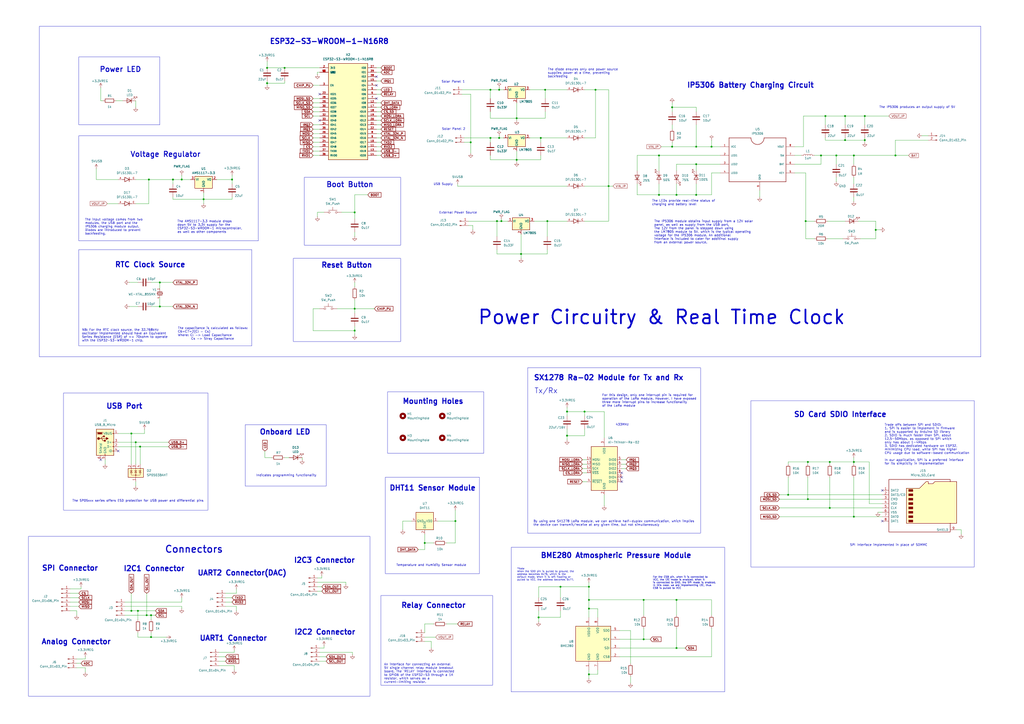
<source format=kicad_sch>
(kicad_sch (version 20231120) (generator "eeschema") (generator_version "8.0")
  (paper "A2")
  (title_block (title "AfriOrbit IoT Edge Device") (date "2024-12-19") (rev "v1.0") (company "AfriOrbit") (comment 1 "IoT Edge Device for AfriOrbit"))
  (junction (at 481.33 267.97))
  (junction (at 468.63 267.97))
  (junction (at 246.38 314.96))
  (junction (at 341.63 347.98))
  (junction (at 501.65 81.28))
  (junction (at 392.43 347.98))
  (junction (at 501.65 67.31))
  (junction (at 289.56 80.01))
  (junction (at 345.44 52.07))
  (junction (at 403.86 85.09))
  (junction (at 392.43 113.03))
  (junction (at 403.86 113.03))
  (junction (at 92.71 177.8))
  (junction (at 273.05 82.55))
  (junction (at 341.63 340.36))
  (junction (at 382.27 113.03))
  (junction (at 118.11 115.57))
  (junction (at 165.1 39.37))
  (junction (at 403.86 95.25))
  (junction (at 392.43 375.92))
  (junction (at 284.48 80.01))
  (junction (at 299.72 92.71))
  (junction (at 205.74 179.07))
  (junction (at 302.26 147.32))
  (junction (at 105.41 104.14))
  (junction (at 325.12 340.36))
  (junction (at 205.74 123.19))
  (junction (at 490.22 81.28))
  (junction (at 284.48 52.07))
  (junction (at 490.22 67.31))
  (junction (at 100.33 104.14))
  (junction (at 389.89 62.23))
  (junction (at 481.33 294.64))
  (junction (at 328.93 238.76))
  (junction (at 76.2 354.33))
  (junction (at 495.3 267.97))
  (junction (at 328.93 252.73))
  (junction (at 476.25 90.17))
  (junction (at 341.63 353.06))
  (junction (at 389.89 85.09))
  (junction (at 468.63 289.56))
  (junction (at 495.3 299.72))
  (junction (at 76.2 251.46))
  (junction (at 316.23 52.07))
  (junction (at 495.3 90.17))
  (junction (at 373.38 370.84))
  (junction (at 341.63 391.16))
  (junction (at 154.94 39.37))
  (junction (at 412.75 85.09))
  (junction (at 519.43 90.17))
  (junction (at 205.74 191.77))
  (junction (at 87.63 356.87))
  (junction (at 317.5 128.27))
  (junction (at 264.16 302.26))
  (junction (at 313.69 80.01))
  (junction (at 92.71 163.83))
  (junction (at 478.79 67.31))
  (junction (at 457.2 287.02))
  (junction (at 485.14 90.17))
  (junction (at 290.83 128.27))
  (junction (at 81.28 259.08))
  (junction (at 299.72 68.58))
  (junction (at 508 133.35))
  (junction (at 339.09 238.76))
  (junction (at 373.38 347.98))
  (junction (at 288.29 128.27))
  (junction (at 80.01 354.33))
  (junction (at 289.56 52.07))
  (junction (at 87.63 369.57))
  (junction (at 353.06 107.95))
  (junction (at 134.62 104.14))
  (junction (at 85.09 356.87))
  (junction (at 78.74 256.54))
  (junction (at 86.36 104.14))
  (junction (at 467.36 128.27))
  (junction (at 382.27 90.17))
  (junction (at 154.94 48.26))
  (junction (at 312.42 358.14))
  (no_connect (at 218.44 49.53))
  (no_connect (at 68.58 261.62))
  (no_connect (at 360.68 274.32))
  (no_connect (at 185.42 69.85))
  (no_connect (at 511.81 302.26))
  (no_connect (at 185.42 54.61))
  (no_connect (at 218.44 44.45))
  (no_connect (at 360.68 279.4))
  (no_connect (at 218.44 57.15))
  (no_connect (at 360.68 276.86))
  (no_connect (at 58.42 266.7))
  (no_connect (at 511.81 284.48))
  (wire (pts (xy 538.48 81.28) (xy 519.43 81.28)))
  (wire (pts (xy 389.89 62.23) (xy 389.89 64.77)))
  (wire (pts (xy 58.42 50.8) (xy 58.42 58.42)))
  (wire (pts (xy 353.06 52.07) (xy 353.06 107.95)))
  (wire (pts (xy 466.09 67.31) (xy 478.79 67.31)))
  (wire (pts (xy 382.27 113.03) (xy 392.43 113.03)))
  (wire (pts (xy 288.29 128.27) (xy 290.83 128.27)))
  (wire (pts (xy 403.86 85.09) (xy 412.75 85.09)))
  (wire (pts (xy 40.64 351.79) (xy 45.72 351.79)))
  (wire (pts (xy 337.82 266.7) (xy 340.36 266.7)))
  (wire (pts (xy 337.82 269.24) (xy 340.36 269.24)))
  (wire (pts (xy 490.22 67.31) (xy 490.22 72.39)))
  (wire (pts (xy 92.71 163.83) (xy 100.33 163.83)))
  (wire (pts (xy 509.27 297.18) (xy 511.81 297.18)))
  (wire (pts (xy 81.28 259.08) (xy 81.28 269.24)))
  (wire (pts (xy 317.5 128.27) (xy 328.93 128.27)))
  (wire (pts (xy 495.3 90.17) (xy 495.3 95.25)))
  (wire (pts (xy 288.29 147.32) (xy 302.26 147.32)))
  (wire (pts (xy 55.88 97.79) (xy 55.88 104.14)))
  (wire (pts (xy 40.64 341.63) (xy 46.99 341.63)))
  (wire (pts (xy 165.1 48.26) (xy 154.94 48.26)))
  (wire (pts (xy 359.41 381) (xy 412.75 381)))
  (wire (pts (xy 290.83 128.27) (xy 294.64 128.27)))
  (wire (pts (xy 504.19 292.1) (xy 504.19 267.97)))
  (wire (pts (xy 269.24 80.01) (xy 284.48 80.01)))
  (wire (pts (xy 369.57 113.03) (xy 382.27 113.03)))
  (wire (pts (xy 44.45 387.35) (xy 49.53 387.35)))
  (wire (pts (xy 511.81 292.1) (xy 504.19 292.1)))
  (wire (pts (xy 478.79 80.01) (xy 478.79 81.28)))
  (wire (pts (xy 392.43 99.06) (xy 392.43 95.25)))
  (wire (pts (xy 508 128.27) (xy 508 133.35)))
  (wire (pts (xy 313.69 80.01) (xy 328.93 80.01)))
  (wire (pts (xy 205.74 191.77) (xy 205.74 194.31)))
  (wire (pts (xy 461.01 90.17) (xy 464.82 90.17)))
  (wire (pts (xy 312.42 346.71) (xy 312.42 340.36)))
  (wire (pts (xy 341.63 347.98) (xy 341.63 353.06)))
  (wire (pts (xy 284.48 52.07) (xy 284.48 57.15)))
  (wire (pts (xy 412.75 347.98) (xy 392.43 347.98)))
  (wire (pts (xy 154.94 46.99) (xy 154.94 48.26)))
  (wire (pts (xy 218.44 77.47) (xy 220.98 77.47)))
  (wire (pts (xy 218.44 90.17) (xy 220.98 90.17)))
  (wire (pts (xy 154.94 48.26) (xy 154.94 49.53)))
  (wire (pts (xy 186.69 335.28) (xy 186.69 334.01)))
  (wire (pts (xy 134.62 104.14) (xy 134.62 106.68)))
  (wire (pts (xy 328.93 238.76) (xy 328.93 241.3)))
  (wire (pts (xy 246.38 318.77) (xy 246.38 314.96)))
  (wire (pts (xy 153.67 265.43) (xy 157.48 265.43)))
  (wire (pts (xy 181.61 80.01) (xy 185.42 80.01)))
  (wire (pts (xy 200.66 337.82) (xy 200.66 339.09)))
  (wire (pts (xy 254 302.26) (xy 264.16 302.26)))
  (wire (pts (xy 205.74 113.03) (xy 213.36 113.03)))
  (wire (pts (xy 165.1 39.37) (xy 185.42 39.37)))
  (wire (pts (xy 501.65 81.28) (xy 501.65 82.55)))
  (wire (pts (xy 359.41 370.84) (xy 373.38 370.84)))
  (wire (pts (xy 195.58 179.07) (xy 205.74 179.07)))
  (wire (pts (xy 478.79 81.28) (xy 490.22 81.28)))
  (wire (pts (xy 457.2 287.02) (xy 511.81 287.02)))
  (wire (pts (xy 205.74 179.07) (xy 217.17 179.07)))
  (wire (pts (xy 360.68 266.7) (xy 363.22 266.7)))
  (wire (pts (xy 478.79 67.31) (xy 490.22 67.31)))
  (wire (pts (xy 325.12 340.36) (xy 341.63 340.36)))
  (wire (pts (xy 185.42 375.92) (xy 187.96 375.92)))
  (wire (pts (xy 389.89 85.09) (xy 403.86 85.09)))
  (wire (pts (xy 205.74 123.19) (xy 205.74 113.03)))
  (wire (pts (xy 403.86 95.25) (xy 417.83 95.25)))
  (wire (pts (xy 341.63 391.16) (xy 341.63 393.7)))
  (wire (pts (xy 40.64 346.71) (xy 45.72 346.71)))
  (wire (pts (xy 472.44 90.17) (xy 476.25 90.17)))
  (wire (pts (xy 218.44 80.01) (xy 220.98 80.01)))
  (wire (pts (xy 62.23 118.11) (xy 68.58 118.11)))
  (wire (pts (xy 127 378.46) (xy 135.89 378.46)))
  (wire (pts (xy 359.41 365.76) (xy 365.76 365.76)))
  (wire (pts (xy 373.38 356.87) (xy 373.38 347.98)))
  (wire (pts (xy 175.26 265.43) (xy 175.26 266.7)))
  (wire (pts (xy 250.19 372.11) (xy 250.19 375.92)))
  (wire (pts (xy 87.63 163.83) (xy 92.71 163.83)))
  (wire (pts (xy 40.64 344.17) (xy 45.72 344.17)))
  (wire (pts (xy 185.42 381) (xy 189.23 381)))
  (wire (pts (xy 184.15 342.9) (xy 186.69 342.9)))
  (wire (pts (xy 271.78 130.81) (xy 274.32 130.81)))
  (wire (pts (xy 490.22 81.28) (xy 501.65 81.28)))
  (wire (pts (xy 325.12 340.36) (xy 325.12 346.71)))
  (wire (pts (xy 44.45 384.81) (xy 46.99 384.81)))
  (wire (pts (xy 495.3 114.3) (xy 495.3 116.84)))
  (wire (pts (xy 218.44 69.85) (xy 220.98 69.85)))
  (wire (pts (xy 87.63 356.87) (xy 90.17 356.87)))
  (wire (pts (xy 78.74 279.4) (xy 78.74 281.94)))
  (wire (pts (xy 452.12 299.72) (xy 495.3 299.72)))
  (wire (pts (xy 495.3 276.86) (xy 495.3 299.72)))
  (wire (pts (xy 452.12 287.02) (xy 457.2 287.02)))
  (wire (pts (xy 485.14 102.87) (xy 485.14 105.41)))
  (wire (pts (xy 273.05 54.61) (xy 273.05 82.55)))
  (wire (pts (xy 457.2 267.97) (xy 468.63 267.97)))
  (wire (pts (xy 337.82 274.32) (xy 340.36 274.32)))
  (wire (pts (xy 481.33 294.64) (xy 511.81 294.64)))
  (wire (pts (xy 345.44 52.07) (xy 353.06 52.07)))
  (wire (pts (xy 382.27 90.17) (xy 417.83 90.17)))
  (wire (pts (xy 457.2 276.86) (xy 457.2 287.02)))
  (wire (pts (xy 467.36 128.27) (xy 472.44 128.27)))
  (wire (pts (xy 72.39 354.33) (xy 76.2 354.33)))
  (wire (pts (xy 382.27 90.17) (xy 382.27 99.06)))
  (wire (pts (xy 137.16 351.79) (xy 137.16 354.33)))
  (wire (pts (xy 205.74 134.62) (xy 205.74 137.16)))
  (wire (pts (xy 481.33 269.24) (xy 481.33 267.97)))
  (wire (pts (xy 495.3 267.97) (xy 495.3 269.24)))
  (wire (pts (xy 78.74 104.14) (xy 86.36 104.14)))
  (wire (pts (xy 289.56 52.07) (xy 292.1 52.07)))
  (wire (pts (xy 181.61 85.09) (xy 185.42 85.09)))
  (wire (pts (xy 135.89 386.08) (xy 135.89 388.62)))
  (wire (pts (xy 337.82 279.4) (xy 340.36 279.4)))
  (wire (pts (xy 480.06 128.27) (xy 490.22 128.27)))
  (wire (pts (xy 302.26 147.32) (xy 302.26 149.86)))
  (wire (pts (xy 299.72 59.69) (xy 299.72 68.58)))
  (wire (pts (xy 468.63 289.56) (xy 511.81 289.56)))
  (wire (pts (xy 284.48 80.01) (xy 289.56 80.01)))
  (wire (pts (xy 87.63 356.87) (xy 87.63 359.41)))
  (wire (pts (xy 346.71 391.16) (xy 341.63 391.16)))
  (wire (pts (xy 328.93 252.73) (xy 328.93 255.27)))
  (wire (pts (xy 353.06 107.95) (xy 355.6 107.95)))
  (wire (pts (xy 86.36 118.11) (xy 78.74 118.11)))
  (wire (pts (xy 316.23 52.07) (xy 328.93 52.07)))
  (wire (pts (xy 185.42 383.54) (xy 189.23 383.54)))
  (wire (pts (xy 246.38 309.88) (xy 246.38 314.96)))
  (wire (pts (xy 468.63 276.86) (xy 468.63 289.56)))
  (wire (pts (xy 72.39 356.87) (xy 85.09 356.87)))
  (wire (pts (xy 60.96 266.7) (xy 60.96 269.24)))
  (wire (pts (xy 284.48 90.17) (xy 284.48 92.71)))
  (wire (pts (xy 218.44 59.69) (xy 220.98 59.69)))
  (wire (pts (xy 457.2 269.24) (xy 457.2 267.97)))
  (wire (pts (xy 519.43 81.28) (xy 519.43 90.17)))
  (wire (pts (xy 49.53 382.27) (xy 49.53 381)))
  (wire (pts (xy 80.01 354.33) (xy 90.17 354.33)))
  (wire (pts (xy 373.38 347.98) (xy 392.43 347.98)))
  (wire (pts (xy 461.01 85.09) (xy 466.09 85.09)))
  (wire (pts (xy 350.52 287.02) (xy 350.52 293.37)))
  (wire (pts (xy 68.58 251.46) (xy 76.2 251.46)))
  (wire (pts (xy 373.38 347.98) (xy 341.63 347.98)))
  (wire (pts (xy 127 381) (xy 130.81 381)))
  (wire (pts (xy 461.01 95.25) (xy 476.25 95.25)))
  (wire (pts (xy 284.48 64.77) (xy 284.48 68.58)))
  (wire (pts (xy 360.68 271.78) (xy 363.22 271.78)))
  (wire (pts (xy 80.01 369.57) (xy 87.63 369.57)))
  (wire (pts (xy 307.34 52.07) (xy 316.23 52.07)))
  (wire (pts (xy 313.69 80.01) (xy 313.69 82.55)))
  (wire (pts (xy 392.43 375.92) (xy 392.43 364.49)))
  (wire (pts (xy 134.62 115.57) (xy 118.11 115.57)))
  (wire (pts (xy 350.52 254) (xy 350.52 238.76)))
  (wire (pts (xy 316.23 64.77) (xy 316.23 68.58)))
  (wire (pts (xy 49.53 387.35) (xy 49.53 389.89)))
  (wire (pts (xy 181.61 72.39) (xy 185.42 72.39)))
  (wire (pts (xy 238.76 302.26) (xy 233.68 302.26)))
  (wire (pts (xy 92.71 163.83) (xy 92.71 167.64)))
  (wire (pts (xy 40.64 354.33) (xy 44.45 354.33)))
  (wire (pts (xy 389.89 72.39) (xy 389.89 74.93)))
  (wire (pts (xy 218.44 54.61) (xy 220.98 54.61)))
  (wire (pts (xy 154.94 35.56) (xy 154.94 39.37)))
  (wire (pts (xy 346.71 358.14) (xy 346.71 353.06)))
  (wire (pts (xy 76.2 354.33) (xy 80.01 354.33)))
  (wire (pts (xy 105.41 101.6) (xy 105.41 104.14)))
  (wire (pts (xy 339.09 107.95) (xy 353.06 107.95)))
  (wire (pts (xy 495.3 265.43) (xy 495.3 267.97)))
  (wire (pts (xy 485.14 90.17) (xy 485.14 95.25)))
  (wire (pts (xy 341.63 340.36) (xy 341.63 347.98)))
  (wire (pts (xy 317.5 147.32) (xy 302.26 147.32)))
  (wire (pts (xy 557.53 307.34) (xy 557.53 309.88)))
  (wire (pts (xy 125.73 104.14) (xy 134.62 104.14)))
  (wire (pts (xy 218.44 67.31) (xy 220.98 67.31)))
  (wire (pts (xy 341.63 388.62) (xy 341.63 391.16)))
  (wire (pts (xy 382.27 90.17) (xy 369.57 90.17)))
  (wire (pts (xy 392.43 113.03) (xy 403.86 113.03)))
  (wire (pts (xy 181.61 90.17) (xy 185.42 90.17)))
  (wire (pts (xy 510.54 133.35) (xy 508 133.35)))
  (wire (pts (xy 184.15 125.73) (xy 184.15 123.19)))
  (wire (pts (xy 134.62 114.3) (xy 134.62 115.57)))
  (wire (pts (xy 273.05 82.55) (xy 273.05 88.9)))
  (wire (pts (xy 480.06 138.43) (xy 488.95 138.43)))
  (wire (pts (xy 360.68 269.24) (xy 363.22 269.24)))
  (wire (pts (xy 554.99 307.34) (xy 557.53 307.34)))
  (wire (pts (xy 284.48 52.07) (xy 289.56 52.07)))
  (wire (pts (xy 392.43 95.25) (xy 403.86 95.25)))
  (wire (pts (xy 499.11 138.43) (xy 508 138.43)))
  (wire (pts (xy 92.71 172.72) (xy 92.71 177.8)))
  (wire (pts (xy 105.41 351.79) (xy 105.41 353.06)))
  (wire (pts (xy 67.31 58.42) (xy 71.12 58.42)))
  (wire (pts (xy 218.44 64.77) (xy 220.98 64.77)))
  (wire (pts (xy 467.36 100.33) (xy 467.36 128.27)))
  (wire (pts (xy 181.61 62.23) (xy 185.42 62.23)))
  (wire (pts (xy 246.38 314.96) (xy 251.46 314.96)))
  (wire (pts (xy 218.44 85.09) (xy 220.98 85.09)))
  (wire (pts (xy 242.57 318.77) (xy 246.38 318.77)))
  (wire (pts (xy 359.41 375.92) (xy 392.43 375.92)))
  (wire (pts (xy 78.74 256.54) (xy 97.79 256.54)))
  (wire (pts (xy 383.54 85.09) (xy 389.89 85.09)))
  (wire (pts (xy 467.36 128.27) (xy 467.36 138.43)))
  (wire (pts (xy 299.72 87.63) (xy 299.72 92.71)))
  (wire (pts (xy 325.12 354.33) (xy 325.12 358.14)))
  (wire (pts (xy 184.15 123.19) (xy 187.96 123.19)))
  (wire (pts (xy 76.2 251.46) (xy 83.82 251.46)))
  (wire (pts (xy 46.99 341.63) (xy 46.99 340.36)))
  (wire (pts (xy 534.67 78.74) (xy 538.48 78.74)))
  (wire (pts (xy 187.96 375.92) (xy 187.96 374.65)))
  (wire (pts (xy 412.75 81.28) (xy 412.75 85.09)))
  (wire (pts (xy 40.64 349.25) (xy 45.72 349.25)))
  (wire (pts (xy 44.45 354.33) (xy 44.45 356.87)))
  (wire (pts (xy 339.09 248.92) (xy 339.09 252.73)))
  (wire (pts (xy 204.47 378.46) (xy 204.47 379.73)))
  (wire (pts (xy 519.43 90.17) (xy 527.05 90.17)))
  (wire (pts (xy 341.63 337.82) (xy 341.63 340.36)))
  (wire (pts (xy 412.75 356.87) (xy 412.75 347.98)))
  (wire (pts (xy 353.06 107.95) (xy 353.06 128.27)))
  (wire (pts (xy 403.86 106.68) (xy 403.86 113.03)))
  (wire (pts (xy 205.74 173.99) (xy 205.74 179.07)))
  (wire (pts (xy 284.48 68.58) (xy 299.72 68.58)))
  (wire (pts (xy 490.22 67.31) (xy 501.65 67.31)))
  (wire (pts (xy 392.43 106.68) (xy 392.43 113.03)))
  (wire (pts (xy 44.45 382.27) (xy 49.53 382.27)))
  (wire (pts (xy 87.63 177.8) (xy 92.71 177.8)))
  (wire (pts (xy 495.3 299.72) (xy 511.81 299.72)))
  (wire (pts (xy 80.01 367.03) (xy 80.01 369.57)))
  (wire (pts (xy 134.62 101.6) (xy 134.62 104.14)))
  (wire (pts (xy 501.65 72.39) (xy 501.65 67.31)))
  (wire (pts (xy 58.42 58.42) (xy 59.69 58.42)))
  (wire (pts (xy 274.32 130.81) (xy 274.32 133.35)))
  (wire (pts (xy 205.74 123.19) (xy 205.74 127)))
  (wire (pts (xy 476.25 90.17) (xy 485.14 90.17)))
  (wire (pts (xy 316.23 68.58) (xy 299.72 68.58)))
  (wire (pts (xy 55.88 104.14) (xy 68.58 104.14)))
  (wire (pts (xy 353.06 128.27) (xy 339.09 128.27)))
  (wire (pts (xy 218.44 39.37) (xy 220.98 39.37)))
  (wire (pts (xy 205.74 163.83) (xy 205.74 166.37)))
  (wire (pts (xy 403.86 72.39) (xy 403.86 85.09)))
  (wire (pts (xy 87.63 369.57) (xy 96.52 369.57)))
  (wire (pts (xy 478.79 67.31) (xy 478.79 72.39)))
  (wire (pts (xy 312.42 358.14) (xy 312.42 360.68)))
  (wire (pts (xy 130.81 346.71) (xy 134.62 346.71)))
  (wire (pts (xy 339.09 252.73) (xy 328.93 252.73)))
  (wire (pts (xy 100.33 104.14) (xy 100.33 106.68)))
  (wire (pts (xy 181.61 49.53) (xy 185.42 49.53)))
  (wire (pts (xy 288.29 144.78) (xy 288.29 147.32)))
  (wire (pts (xy 468.63 267.97) (xy 481.33 267.97)))
  (wire (pts (xy 284.48 92.71) (xy 299.72 92.71)))
  (wire (pts (xy 466.09 85.09) (xy 466.09 67.31)))
  (wire (pts (xy 461.01 100.33) (xy 467.36 100.33)))
  (wire (pts (xy 389.89 82.55) (xy 389.89 85.09)))
  (wire (pts (xy 392.43 375.92) (xy 397.51 375.92)))
  (wire (pts (xy 184.15 337.82) (xy 200.66 337.82)))
  (wire (pts (xy 165.1 265.43) (xy 167.64 265.43)))
  (wire (pts (xy 501.65 80.01) (xy 501.65 81.28)))
  (wire (pts (xy 246.38 372.11) (xy 250.19 372.11)))
  (wire (pts (xy 181.61 57.15) (xy 185.42 57.15)))
  (wire (pts (xy 218.44 72.39) (xy 220.98 72.39)))
  (wire (pts (xy 289.56 78.74) (xy 289.56 80.01)))
  (wire (pts (xy 264.16 302.26) (xy 264.16 295.91)))
  (wire (pts (xy 346.71 353.06) (xy 341.63 353.06)))
  (wire (pts (xy 369.57 90.17) (xy 369.57 99.06)))
  (wire (pts (xy 341.63 353.06) (xy 341.63 358.14)))
  (wire (pts (xy 328.93 248.92) (xy 328.93 252.73)))
  (wire (pts (xy 246.38 367.03) (xy 246.38 361.95)))
  (wire (pts (xy 185.42 378.46) (xy 204.47 378.46)))
  (wire (pts (xy 218.44 82.55) (xy 220.98 82.55)))
  (wire (pts (xy 328.93 238.76) (xy 339.09 238.76)))
  (wire (pts (xy 74.93 177.8) (xy 80.01 177.8)))
  (wire (pts (xy 105.41 349.25) (xy 105.41 346.71)))
  (wire (pts (xy 440.69 110.49) (xy 440.69 114.3)))
  (wire (pts (xy 181.61 67.31) (xy 185.42 67.31)))
  (wire (pts (xy 218.44 74.93) (xy 220.98 74.93)))
  (wire (pts (xy 339.09 80.01) (xy 345.44 80.01)))
  (wire (pts (xy 495.3 90.17) (xy 519.43 90.17)))
  (wire (pts (xy 403.86 99.06) (xy 403.86 95.25)))
  (wire (pts (xy 481.33 267.97) (xy 495.3 267.97)))
  (wire (pts (xy 68.58 259.08) (xy 81.28 259.08)))
  (wire (pts (xy 412.75 85.09) (xy 417.83 85.09)))
  (wire (pts (xy 497.84 128.27) (xy 508 128.27)))
  (wire (pts (xy 325.12 358.14) (xy 312.42 358.14)))
  (wire (pts (xy 153.67 261.62) (xy 153.67 265.43)))
  (wire (pts (xy 339.09 52.07) (xy 345.44 52.07)))
  (wire (pts (xy 185.42 179.07) (xy 181.61 179.07)))
  (wire (pts (xy 504.19 267.97) (xy 495.3 267.97)))
  (wire (pts (xy 78.74 58.42) (xy 78.74 62.23)))
  (wire (pts (xy 403.86 64.77) (xy 403.86 62.23)))
  (wire (pts (xy 184.15 335.28) (xy 186.69 335.28)))
  (wire (pts (xy 85.09 356.87) (xy 87.63 356.87)))
  (wire (pts (xy 100.33 104.14) (xy 105.41 104.14)))
  (wire (pts (xy 369.57 106.68) (xy 369.57 113.03)))
  (wire (pts (xy 495.3 102.87) (xy 495.3 106.68)))
  (wire (pts (xy 127 383.54) (xy 130.81 383.54)))
  (wire (pts (xy 309.88 128.27) (xy 317.5 128.27)))
  (wire (pts (xy 365.76 365.76) (xy 365.76 384.81)))
  (wire (pts (xy 328.93 236.22) (xy 328.93 238.76)))
  (wire (pts (xy 403.86 62.23) (xy 389.89 62.23)))
  (wire (pts (xy 467.36 138.43) (xy 472.44 138.43)))
  (wire (pts (xy 181.61 87.63) (xy 185.42 87.63)))
  (wire (pts (xy 76.2 251.46) (xy 76.2 269.24)))
  (wire (pts (xy 181.61 82.55) (xy 185.42 82.55)))
  (wire (pts (xy 271.78 128.27) (xy 288.29 128.27)))
  (wire (pts (xy 181.61 191.77) (xy 205.74 191.77)))
  (wire (pts (xy 417.83 100.33) (xy 412.75 100.33)))
  (wire (pts (xy 288.29 128.27) (xy 288.29 137.16)))
  (wire (pts (xy 389.89 59.69) (xy 389.89 62.23)))
  (wire (pts (xy 130.81 351.79) (xy 137.16 351.79)))
  (wire (pts (xy 130.81 349.25) (xy 134.62 349.25)))
  (wire (pts (xy 218.44 62.23) (xy 220.98 62.23)))
  (wire (pts (xy 246.38 369.57) (xy 252.73 369.57)))
  (wire (pts (xy 317.5 144.78) (xy 317.5 147.32)))
  (wire (pts (xy 412.75 100.33) (xy 412.75 113.03)))
  (wire (pts (xy 100.33 114.3) (xy 100.33 115.57)))
  (wire (pts (xy 313.69 92.71) (xy 299.72 92.71)))
  (wire (pts (xy 392.43 356.87) (xy 392.43 347.98)))
  (wire (pts (xy 269.24 82.55) (xy 273.05 82.55)))
  (wire (pts (xy 87.63 367.03) (xy 87.63 369.57)))
  (wire (pts (xy 264.16 314.96) (xy 264.16 302.26)))
  (wire (pts (xy 205.74 179.07) (xy 205.74 181.61)))
  (wire (pts (xy 246.38 361.95) (xy 251.46 361.95)))
  (wire (pts (xy 313.69 90.17) (xy 313.69 92.71)))
  (wire (pts (xy 205.74 189.23) (xy 205.74 191.77)))
  (wire (pts (xy 339.09 241.3) (xy 339.09 238.76)))
  (wire (pts (xy 81.28 259.08) (xy 97.79 259.08)))
  (wire (pts (xy 412.75 381) (xy 412.75 364.49)))
  (wire (pts (xy 508 138.43) (xy 508 133.35)))
  (wire (pts (xy 373.38 370.84) (xy 377.19 370.84)))
  (wire (pts (xy 218.44 52.07) (xy 220.98 52.07)))
  (wire (pts (xy 127 386.08) (xy 135.89 386.08)))
  (wire (pts (xy 181.61 64.77) (xy 185.42 64.77)))
  (wire (pts (xy 290.83 127) (xy 290.83 128.27)))
  (wire (pts (xy 72.39 351.79) (xy 105.41 351.79)))
  (wire (pts (xy 337.82 271.78) (xy 340.36 271.78)))
  (wire (pts (xy 452.12 289.56) (xy 468.63 289.56)))
  (wire (pts (xy 181.61 179.07) (xy 181.61 191.77)))
  (wire (pts (xy 476.25 95.25) (xy 476.25 90.17)))
  (wire (pts (xy 185.42 41.91) (xy 184.15 41.91)))
  (wire (pts (xy 382.27 106.68) (xy 382.27 113.03)))
  (wire (pts (xy 312.42 340.36) (xy 325.12 340.36)))
  (wire (pts (xy 181.61 74.93) (xy 185.42 74.93)))
  (wire (pts (xy 198.12 123.19) (xy 205.74 123.19)))
  (wire (pts (xy 284.48 80.01) (xy 284.48 82.55)))
  (wire (pts (xy 299.72 92.71) (xy 299.72 93.98)))
  (wire (pts (xy 501.65 67.31) (xy 515.62 67.31)))
  (wire (pts (xy 365.76 392.43) (xy 365.76 396.24)))
  (wire (pts (xy 83.82 251.46) (xy 83.82 248.92)))
  (wire (pts (xy 218.44 87.63) (xy 220.98 87.63)))
  (wire (pts (xy 137.16 344.17) (xy 137.16 341.63)))
  (wire (pts (xy 72.39 349.25) (xy 105.41 349.25)))
  (wire (pts (xy 85.09 344.17) (xy 85.09 356.87)))
  (wire (pts (xy 307.34 80.01) (xy 313.69 80.01)))
  (wire (pts (xy 68.58 256.54) (xy 78.74 256.54)))
  (wire (pts (xy 267.97 52.07) (xy 284.48 52.07)))
  (wire (pts (xy 218.44 46.99) (xy 220.98 46.99)))
  (wire (pts (xy 346.71 388.62) (xy 346.71 391.16)))
  (wire (pts (xy 299.72 68.58) (xy 299.72 69.85)))
  (wire (pts (xy 265.43 107.95) (xy 328.93 107.95)))
  (wire (pts (xy 86.36 104.14) (xy 100.33 104.14)))
  (wire (pts (xy 184.15 340.36) (xy 186.69 340.36)))
  (wire (pts (xy 259.08 361.95) (xy 265.43 361.95)))
  (wire (pts (xy 316.23 52.07) (xy 316.23 57.15)))
  (wire (pts (xy 259.08 314.96) (xy 264.16 314.96)))
  (wire (pts (xy 490.22 80.01) (xy 490.22 81.28)))
  (wire (pts (xy 468.63 269.24) (xy 468.63 267.97)))
  (wire (pts (xy 92.71 177.8) (xy 100.33 177.8)))
  (wire (pts (xy 233.68 302.26) (xy 233.68 307.34)))
  (wire (pts (xy 135.89 378.46) (xy 135.89 377.19)))
  (wire (pts (xy 339.09 238.76) (xy 350.52 238.76)))
  (wire (pts (xy 80.01 354.33) (xy 80.01 359.41)))
  (wire (pts (xy 165.1 39.37) (xy 154.94 39.37)))
  (wire (pts (xy 481.33 276.86) (xy 481.33 294.64)))
  (wire (pts (xy 118.11 111.76) (xy 118.11 115.57)))
  (wire (pts (xy 312.42 354.33) (xy 312.42 358.14)))
  (wire (pts (xy 289.56 80.01) (xy 292.1 80.01)))
  (wire (pts (xy 181.61 77.47) (xy 185.42 77.47)))
  (wire (pts (xy 317.5 128.27) (xy 317.5 137.16)))
  (wire (pts (xy 74.93 163.83) (xy 80.01 163.83)))
  (wire (pts (xy 267.97 54.61) (xy 273.05 54.61)))
  (wire (pts (xy 184.15 41.91) (xy 184.15 43.18)))
  (wire (pts (xy 373.38 370.84) (xy 373.38 364.49)))
  (wire (pts (xy 265.43 106.68) (xy 265.43 107.95)))
  (wire (pts (xy 86.36 104.14) (xy 86.36 118.11)))
  (wire (pts (xy 78.74 256.54) (xy 78.74 269.24)))
  (wire (pts (xy 485.14 90.17) (xy 495.3 90.17)))
  (wire (pts (xy 130.81 344.17) (xy 137.16 344.17)))
  (wire (pts (xy 452.12 294.64) (xy 481.33 294.64)))
  (wire (pts (xy 100.33 115.57) (xy 118.11 115.57)))
  (wire (pts (xy 412.75 113.03) (xy 403.86 113.03)))
  (wire (pts (xy 76.2 344.17) (xy 76.2 354.33)))
  (wire (pts (xy 105.41 104.14) (xy 110.49 104.14)))
  (wire (pts (xy 218.44 41.91) (xy 220.98 41.91)))
  (wire (pts (xy 181.61 59.69) (xy 185.42 59.69)))
  (wire (pts (xy 165.1 46.99) (xy 165.1 48.26)))
  (wire (pts (xy 118.11 115.57) (xy 118.11 118.11)))
  (wire (pts (xy 302.26 135.89) (xy 302.26 147.32)))
  (wire (pts (xy 289.56 50.8) (xy 289.56 52.07)))
  (wire (pts (xy 345.44 80.01) (xy 345.44 52.07)))
  (rectangle (start 142.24 246.38) (end 189.23 281.94))
  (rectangle (start 36.83 227.965) (end 120.65 295.91))
  (rectangle (start 45.72 144.78) (end 146.05 200.66))
  (rectangle (start 45.72 33.02) (end 92.71 72.39))
  (rectangle (start 22.86 15.24) (end 568.96 207.01))
  (rectangle (start 220.98 345.44) (end 285.75 397.51))
  (rectangle (start 16.51 311.15) (end 214.63 403.86))
  (rectangle (start 435.61 232.41) (end 565.15 328.93))
  (rectangle (start 224.79 227.33) (end 280.67 262.89))
  (rectangle (start 306.07 213.36) (end 406.4 309.245))
  (rectangle (start 296.545 317.5) (end 420.37 401.32))
  (rectangle (start 176.53 102.87) (end 232.41 142.24))
  (rectangle (start 223.52 276.86) (end 278.13 332.74))
  (rectangle (start 45.72 78.74) (end 149.86 139.7))
  (rectangle (start 170.18 149.86) (end 232.41 198.12))
  (text "SPI Connector" (at 40.64 329.692 0) (effects (font (size 3 3) (thickness 0.6) (bold yes))))
  (text "The capacitance is calculated as follows:\nC6=C7=2(Cl - Cs)\nWhere: Cl -> Load Capacitance\n	   Cs -> Stray Capacitance" (at 103.124 193.548 0) (effects (font (size 1.27 1.27)) (justify left)))
  (text "The input voltage comes from two\nmodules, the USB port and the \nIP5306 charging module output.\nDiodes are introduced to prevent\nbackfeeding." (at 49.276 131.572 0) (effects (font (size 1.27 1.27)) (justify left)))
  (text "I2C1 Connector" (at 89.408 329.946 0) (effects (font (size 3 3) (thickness 0.6) (bold yes))))
  (text "The IP5306 produces an output supply of 5V" (at 510.032 62.23 0) (effects (font (size 1.27 1.27)) (justify left)))
  (text "*Note\nWhen the SDO pin is pulled to ground, the \naddress becomes 0x76, which is the\ndefault mode. When it is left floating or \npulled to VCC, the address becomes 0x77." (at 299.974 333.248 0) (effects (font (size 1 1) (thickness 0.125)) (justify left)))
  (text "Mounting Holes" (at 251.206 232.918 0) (effects (font (size 3 3) (thickness 0.6) (bold yes))))
  (text "USB Port" (at 61.468 235.712 0) (effects (font (size 3 3) (thickness 0.6) (bold yes)) (justify left)))
  (text "UART2 Connector(DAC)" (at 140.462 332.486 0) (effects (font (size 3 3) (thickness 0.6) (bold yes))))
  (text "Tx/Rx" (at 316.738 226.822 0) (effects (font (size 3 3) (thickness 0.254) (bold yes))))
  (text "433MHz" (at 360.934 246.38 0) (effects (font (size 1.27 1.27) (thickness 0.1588))))
  (text "BME280 Atmospheric Pressure Module" (at 357.378 322.326 0) (effects (font (size 3 3) (thickness 0.6) (bold yes))))
  (text "SX1278 Ra-02 Module for Tx and Rx" (at 353.06 219.202 0) (effects (font (size 3 3) (thickness 0.6) (bold yes))))
  (text "Connectors" (at 112.522 318.77 0) (effects (font (size 4 4) (thickness 0.6) (bold yes))))
  (text "Temperature and Humidity Sensor module" (at 250.19 327.914 0) (effects (font (size 1.27 1.27) (thickness 0.1588))))
  (text "By using one SX1278 LoRa module, we can achieve half-duplex communication, which implies \nthe device can transmit/receive at any given time, but not simultaneously" (at 309.372 303.53 0) (effects (font (size 1.27 1.27)) (justify left)))
  (text "An interface for connecting an external\n5V single channel relay module breakout\nboard. The 'RELAY' interface is connected\nto GPIO6 of the ESP32-S3 through a 1K \nresistor, which serves as a\ncurrent-limiting resistor." (at 222.758 390.652 0) (effects (font (size 1.27 1.27)) (justify left)))
  (text "Analog Connector" (at 44.196 372.364 0) (effects (font (size 3 3) (thickness 0.6) (bold yes))))
  (text "Power Circuitry & Real Time Clock" (at 383.794 184.15 0) (effects (font (size 8 8) (thickness 1))))
  (text "I2C3 Connector" (at 188.214 325.12 0) (effects (font (size 3 3) (thickness 0.6) (bold yes))))
  (text "Relay Connector" (at 251.46 351.282 0) (effects (font (size 3 3) (thickness 0.6) (bold yes))))
  (text "NB: For the RTC clock source, the 32.768kHz \noscillator implemented should have an Equivalent \nSeries Resistance (ESR) of <= 70kohm to operate \nwith the ESP32-S3-WROOM-1 chip." (at 47.498 194.564 0) (effects (font (size 1.27 1.27) (thickness 0.1588)) (justify left)))
  (text "RTC Clock Source" (at 87.122 153.67 0) (effects (font (size 3 3) (thickness 0.6) (bold yes))))
  (text "I2C2 Connector" (at 188.468 366.776 0) (effects (font (size 3 3) (thickness 0.6) (bold yes))))
  (text "For the CSB pin, when it is connected to \nVCC, the I2C mode is enabled. When it\nis connected to GND, the SPI mode is enabled.\nIn this case, we are implementing I2C, thus\nCSB is pulled to VCC" (at 378.714 338.074 0) (effects (font (size 1 1)) (justify left)))
  (text "Boot Button" (at 202.946 107.188 0) (effects (font (size 3 3) (thickness 0.5) (bold yes))))
  (text "UART1 Connector" (at 135.382 370.332 0) (effects (font (size 3 3) (thickness 0.6) (bold yes))))
  (text "SPI Interface implemented in place of SDMMC" (at 493.014 316.23 0) (effects (font (size 1.27 1.27)) (justify left)))
  (text "The IP5306 module obtains input supply from a 12V solar\npanel, as well as supply from the USB port.\nThe 12V from the panel is stepped down using\nthe LM7805 module to 5V, which is the typical operating\nvoltage for the IP5306 module. An additional\ninterface is included to cater for additinal supply\nfrom an external power source." (at 379.476 134.62 0) (effects (font (size 1.27 1.27) (thickness 0.1588)) (justify left)))
  (text "The LEDs provide real-time status of\ncharging and battery level" (at 378.206 117.602 0) (effects (font (size 1.27 1.27)) (justify left)))
  (text "Voltage Regulator" (at 96.012 89.662 0) (effects (font (size 3 3) (thickness 0.5) (bold yes))))
  (text "Trade offs between SPI and SDIO:\n1. SPI is easier to implement in firmware\nand is supported by Arduino SD library\n2. SDIO is much faster than SPI, about\n12.5-50Mbps, as opposed to SPI which\nonly has about 1-4Mbps\n3. SDIO has dedicated hardware on ESP32,\nminimizing CPU load, while SPI has higher\nCPU usage due to software-based communication\n\nIn our application, SPI is a preferred interface\nfor its simplicity in implementation" (at 513.08 257.81 0) (effects (font (size 1.27 1.27)) (justify left)))
  (text "Onboard LED" (at 165.354 250.698 0) (effects (font (size 3 3) (thickness 0.6) (bold yes))))
  (text "Reset Button" (at 201.168 153.924 0) (effects (font (size 3 3) (thickness 0.6) (bold yes))))
  (text "ESP32-S3-WROOM-1-N16R8" (at 191.008 24.13 0) (effects (font (size 3 3) (thickness 0.6) (bold yes))))
  (text "Power LED" (at 69.85 40.386 0) (effects (font (size 3 3) (thickness 0.5) (bold yes))))
  (text "Indicates programming functionality" (at 148.59 275.844 0) (effects (font (size 1.27 1.27)) (justify left)))
  (text "DHT11 Sensor Module" (at 250.952 283.21 0) (effects (font (size 3 3) (thickness 0.6) (bold yes))))
  (text "Solar Panel 1" (at 262.89 47.498 0) (effects (font (size 1.27 1.27))))
  (text "IP5306 Battery Charging Circuit" (at 435.356 49.53 0) (effects (font (size 3 3) (thickness 0.6) (bold yes))))
  (text "The SP05xxx series offers ESD protection for USB power and differential pins" (at 41.91 290.576 0) (effects (font (size 1.27 1.27) (thickness 0.1588)) (justify left)))
  (text "The AMS1117-3.3 module drops\ndown 5V to 3.3V supply for the\nESP32-S3-WROOM-1 microcontroller,\nas well as other components" (at 102.87 131.572 0) (effects (font (size 1.27 1.27) (thickness 0.1588)) (justify left)))
  (text "USB Supply" (at 257.048 106.934 0) (effects (font (size 1.27 1.27))))
  (text "The diode ensures only one power source\nsupplies power at a time, preventing \nbackfeeding" (at 317.754 42.418 0) (effects (font (size 1.27 1.27)) (justify left)))
  (text "SD Card SDIO Interface" (at 487.426 240.538 0) (effects (font (size 3 3) (thickness 0.6) (bold yes))))
  (text "External Power Source" (at 254.762 123.444 0) (effects (font (size 1.27 1.27)) (justify left)))
  (text "Solar Panel 2" (at 263.144 74.93 0) (effects (font (size 1.27 1.27))))
  (text "For this design, only one interrupt pin is required for\noperation of the LoRa module. However, I have exposed\nthree more interrupt pins to increase functionality\nof the LoRa module" (at 349.25 232.41 0) (effects (font (size 1.27 1.27) (thickness 0.1588)) (justify left)))
  (global_label "VOUT_IP" (shape input) (at 515.62 67.31 0) (property "Intersheetrefs" "${INTERSHEET_REFS}" (effects (hide yes))))
  (global_label "BOOT" (shape input) (at 220.98 39.37 0) (effects (font (thickness 0.254) (bold yes))) (property "Intersheetrefs" "${INTERSHEET_REFS}" (effects (hide yes))))
  (global_label "CHIP_PU" (shape input) (at 217.17 179.07 0) (effects (font (thickness 0.254) (bold yes))) (property "Intersheetrefs" "${INTERSHEET_REFS}" (effects (hide yes))))
  (global_label "MISO_SD" (shape input) (at 181.61 62.23 180) (effects (font (thickness 0.254) (bold yes))) (property "Intersheetrefs" "${INTERSHEET_REFS}" (effects (hide yes))))
  (global_label "SDA" (shape input) (at 397.51 375.92 0) (effects (font (thickness 0.254) (bold yes))) (property "Intersheetrefs" "${INTERSHEET_REFS}" (effects (hide yes))))
  (global_label "RXD2" (shape input) (at 134.62 349.25 0) (effects (font (thickness 0.254) (bold yes))) (property "Intersheetrefs" "${INTERSHEET_REFS}" (effects (hide yes))))
  (global_label "RXD1" (shape input) (at 130.81 383.54 0) (effects (font (thickness 0.254) (bold yes))) (property "Intersheetrefs" "${INTERSHEET_REFS}" (effects (hide yes))))
  (global_label "TXD1" (shape input) (at 130.81 381 0) (effects (font (thickness 0.254) (bold yes))) (property "Intersheetrefs" "${INTERSHEET_REFS}" (effects (hide yes))))
  (global_label "MISO" (shape input) (at 45.72 351.79 0) (effects (font (thickness 0.254) (bold yes))) (property "Intersheetrefs" "${INTERSHEET_REFS}" (effects (hide yes))))
  (global_label "SCLK_SD" (shape input) (at 181.61 59.69 180) (effects (font (thickness 0.254) (bold yes))) (property "Intersheetrefs" "${INTERSHEET_REFS}" (effects (hide yes))))
  (global_label "RELAY" (shape input) (at 220.98 54.61 0) (effects (font (thickness 0.254) (bold yes))) (property "Intersheetrefs" "${INTERSHEET_REFS}" (effects (hide yes))))
  (global_label "SCL_OUT" (shape input) (at 189.23 383.54 0) (effects (font (thickness 0.254) (bold yes))) (property "Intersheetrefs" "${INTERSHEET_REFS}" (effects (hide yes))))
  (global_label "XTAL_32K_N" (shape input) (at 220.98 80.01 0) (effects (font (thickness 0.254) (bold yes))) (property "Intersheetrefs" "${INTERSHEET_REFS}" (effects (hide yes))))
  (global_label "RXD1" (shape input) (at 181.61 90.17 180) (effects (font (thickness 0.254) (bold yes))) (property "Intersheetrefs" "${INTERSHEET_REFS}" (effects (hide yes))))
  (global_label "MOSI" (shape input) (at 45.72 349.25 0) (effects (font (thickness 0.254) (bold yes))) (property "Intersheetrefs" "${INTERSHEET_REFS}" (effects (hide yes))))
  (global_label "XTAL_32K_N" (shape input) (at 100.33 177.8 0) (effects (font (thickness 0.254) (bold yes))) (property "Intersheetrefs" "${INTERSHEET_REFS}" (effects (hide yes))))
  (global_label "CS_SD" (shape input) (at 452.12 287.02 180) (effects (font (thickness 0.254) (bold yes))) (property "Intersheetrefs" "${INTERSHEET_REFS}" (effects (hide yes))))
  (global_label "MISO" (shape input) (at 181.61 82.55 180) (effects (font (thickness 0.254) (bold yes))) (property "Intersheetrefs" "${INTERSHEET_REFS}" (effects (hide yes))))
  (global_label "CS" (shape input) (at 45.72 344.17 0) (effects (font (thickness 0.254) (bold yes))) (property "Intersheetrefs" "${INTERSHEET_REFS}" (effects (hide yes))))
  (global_label "RELAY" (shape input) (at 265.43 361.95 0) (effects (font (thickness 0.254) (bold yes))) (property "Intersheetrefs" "${INTERSHEET_REFS}" (effects (hide yes))))
  (global_label "XTAL_32K_P" (shape input) (at 100.33 163.83 0) (effects (font (thickness 0.254) (bold yes))) (property "Intersheetrefs" "${INTERSHEET_REFS}" (effects (hide yes))))
  (global_label "MOSI" (shape input) (at 181.61 77.47 180) (effects (font (thickness 0.254) (bold yes))) (property "Intersheetrefs" "${INTERSHEET_REFS}" (effects (hide yes))))
  (global_label "SCLK_LORA" (shape input) (at 337.82 271.78 180) (effects (font (thickness 0.254) (bold yes))) (property "Intersheetrefs" "${INTERSHEET_REFS}" (effects (hide yes))))
  (global_label "CHIP_PU" (shape input) (at 181.61 49.53 180) (effects (font (thickness 0.254) (bold yes))) (property "Intersheetrefs" "${INTERSHEET_REFS}" (effects (hide yes))))
  (global_label "MOSI_SD" (shape input) (at 452.12 289.56 180) (effects (font (thickness 0.254) (bold yes))) (property "Intersheetrefs" "${INTERSHEET_REFS}" (effects (hide yes))))
  (global_label "IRQ2" (shape input) (at 181.61 72.39 180) (effects (font (thickness 0.254) (bold yes))) (property "Intersheetrefs" "${INTERSHEET_REFS}" (effects (hide yes))))
  (global_label "VIN_IP" (shape input) (at 383.54 85.09 180) (property "Intersheetrefs" "${INTERSHEET_REFS}" (effects (hide yes))))
  (global_label "CS" (shape input) (at 181.61 85.09 180) (effects (font (thickness 0.254) (bold yes))) (property "Intersheetrefs" "${INTERSHEET_REFS}" (effects (hide yes))))
  (global_label "CS_SD" (shape input) (at 220.98 64.77 0) (effects (font (thickness 0.254) (bold yes))) (property "Intersheetrefs" "${INTERSHEET_REFS}" (effects (hide yes))))
  (global_label "SCL_OUT" (shape input) (at 186.69 342.9 0) (effects (font (thickness 0.254) (bold yes))) (property "Intersheetrefs" "${INTERSHEET_REFS}" (effects (hide yes))))
  (global_label "SCLK_SD" (shape input) (at 452.12 294.64 180) (effects (font (thickness 0.254) (bold yes))) (property "Intersheetrefs" "${INTERSHEET_REFS}" (effects (hide yes))))
  (global_label "RESET" (shape input) (at 337.82 279.4 180) (effects (font (thickness 0.254) (bold yes))) (property "Intersheetrefs" "${INTERSHEET_REFS}" (effects (hide yes))))
  (global_label "IRQ3" (shape input) (at 363.22 271.78 0) (effects (font (thickness 0.254) (bold yes))) (property "Intersheetrefs" "${INTERSHEET_REFS}" (effects (hide yes))))
  (global_label "SCL_OUT" (shape input) (at 85.09 344.17 90) (effects (font (thickness 0.254) (bold yes))) (property "Intersheetrefs" "${INTERSHEET_REFS}" (effects (hide yes))))
  (global_label "TXD1" (shape input) (at 181.61 87.63 180) (effects (font (thickness 0.254) (bold yes))) (property "Intersheetrefs" "${INTERSHEET_REFS}" (effects (hide yes))))
  (global_label "MOSI_SD" (shape input) (at 181.61 57.15 180) (effects (font (thickness 0.254) (bold yes))) (property "Intersheetrefs" "${INTERSHEET_REFS}" (effects (hide yes))))
  (global_label "SDA_OUT" (shape input) (at 186.69 340.36 0) (effects (font (thickness 0.254) (bold yes))) (property "Intersheetrefs" "${INTERSHEET_REFS}" (effects (hide yes))))
  (global_label "CS_LORA" (shape input) (at 337.82 274.32 180) (effects (font (thickness 0.254) (bold yes))) (property "Intersheetrefs" "${INTERSHEET_REFS}" (effects (hide yes))))
  (global_label "IRQ2" (shape input) (at 363.22 269.24 0) (effects (font (thickness 0.254) (bold yes))) (property "Intersheetrefs" "${INTERSHEET_REFS}" (effects (hide yes))))
  (global_label "SDA" (shape input) (at 181.61 64.77 180) (effects (font (thickness 0.254) (bold yes))) (property "Intersheetrefs" "${INTERSHEET_REFS}" (effects (hide yes))))
  (global_label "DHT_DATA" (shape input) (at 242.57 318.77 180) (effects (font (thickness 0.254) (bold yes))) (property "Intersheetrefs" "${INTERSHEET_REFS}" (effects (hide yes))))
  (global_label "MOSI_LORA" (shape input) (at 337.82 266.7 180) (effects (font (thickness 0.254) (bold yes))) (property "Intersheetrefs" "${INTERSHEET_REFS}" (effects (hide yes))))
  (global_label "SDA_OUT" (shape input) (at 189.23 381 0) (effects (font (thickness 0.254) (bold yes))) (property "Intersheetrefs" "${INTERSHEET_REFS}" (effects (hide yes))))
  (global_label "SCL" (shape input) (at 90.17 356.87 0) (effects (font (thickness 0.254) (bold yes))) (property "Intersheetrefs" "${INTERSHEET_REFS}" (effects (hide yes))))
  (global_label "TXD2" (shape input) (at 134.62 346.71 0) (effects (font (thickness 0.254) (bold yes))) (property "Intersheetrefs" "${INTERSHEET_REFS}" (effects (hide yes))))
  (global_label "VOUT_IP" (shape input) (at 252.73 369.57 0) (property "Intersheetrefs" "${INTERSHEET_REFS}" (effects (hide yes))))
  (global_label "DHT_DATA" (shape input) (at 220.98 59.69 0) (effects (font (thickness 0.254) (bold yes))) (property "Intersheetrefs" "${INTERSHEET_REFS}" (effects (hide yes))))
  (global_label "MOSI_LORA" (shape input) (at 220.98 67.31 0) (effects (font (thickness 0.254) (bold yes))) (property "Intersheetrefs" "${INTERSHEET_REFS}" (effects (hide yes))))
  (global_label "ADC" (shape input) (at 46.99 384.81 0) (effects (font (thickness 0.254) (bold yes))) (property "Intersheetrefs" "${INTERSHEET_REFS}" (effects (hide yes))))
  (global_label "USB_D-" (shape input) (at 220.98 87.63 0) (effects (font (thickness 0.254) (bold yes))) (property "Intersheetrefs" "${INTERSHEET_REFS}" (effects (hide yes))))
  (global_label "SCLK_LORA" (shape input) (at 220.98 69.85 0) (effects (font (thickness 0.254) (bold yes))) (property "Intersheetrefs" "${INTERSHEET_REFS}" (effects (hide yes))))
  (global_label "BAT" (shape input) (at 527.05 90.17 0) (property "Intersheetrefs" "${INTERSHEET_REFS}" (effects (hide yes))))
  (global_label "SCLK" (shape input) (at 45.72 346.71 0) (effects (font (thickness 0.254) (bold yes))) (property "Intersheetrefs" "${INTERSHEET_REFS}" (effects (hide yes))))
  (global_label "SDA" (shape input) (at 90.17 354.33 0) (effects (font (thickness 0.254) (bold yes))) (property "Intersheetrefs" "${INTERSHEET_REFS}" (effects (hide yes))))
  (global_label "IRQ1" (shape input) (at 363.22 266.7 0) (effects (font (thickness 0.254) (bold yes))) (property "Intersheetrefs" "${INTERSHEET_REFS}" (effects (hide yes))))
  (global_label "USB_D+" (shape input) (at 220.98 90.17 0) (effects (font (thickness 0.254) (bold yes))) (property "Intersheetrefs" "${INTERSHEET_REFS}" (effects (hide yes))))
  (global_label "MISO_SD" (shape input) (at 452.12 299.72 180) (effects (font (thickness 0.254) (bold yes))) (property "Intersheetrefs" "${INTERSHEET_REFS}" (effects (hide yes))))
  (global_label "IRQ3" (shape input) (at 181.61 74.93 180) (effects (font (thickness 0.254) (bold yes))) (property "Intersheetrefs" "${INTERSHEET_REFS}" (effects (hide yes))))
  (global_label "XTAL_32K_P" (shape input) (at 220.98 77.47 0) (effects (font (thickness 0.254) (bold yes))) (property "Intersheetrefs" "${INTERSHEET_REFS}" (effects (hide yes))))
  (global_label "SCL" (shape input) (at 181.61 67.31 180) (effects (font (thickness 0.254) (bold yes))) (property "Intersheetrefs" "${INTERSHEET_REFS}" (effects (hide yes))))
  (global_label "USB_D-" (shape input) (at 97.79 259.08 0) (effects (font (thickness 0.254) (bold yes))) (property "Intersheetrefs" "${INTERSHEET_REFS}" (effects (hide yes))))
  (global_label "USB_D+" (shape input) (at 97.79 256.54 0) (effects (font (thickness 0.254) (bold yes))) (property "Intersheetrefs" "${INTERSHEET_REFS}" (effects (hide yes))))
  (global_label "ADC" (shape input) (at 220.98 41.91 0) (effects (font (thickness 0.254) (bold yes))) (property "Intersheetrefs" "${INTERSHEET_REFS}" (effects (hide yes))))
  (global_label "SDA_OUT" (shape input) (at 76.2 344.17 90) (effects (font (thickness 0.254) (bold yes))) (property "Intersheetrefs" "${INTERSHEET_REFS}" (effects (hide yes))))
  (global_label "SCL" (shape input) (at 377.19 370.84 0) (effects (font (thickness 0.254) (bold yes))) (property "Intersheetrefs" "${INTERSHEET_REFS}" (effects (hide yes))))
  (global_label "TXD2" (shape input) (at 220.98 82.55 0) (effects (font (thickness 0.254) (bold yes))) (property "Intersheetrefs" "${INTERSHEET_REFS}" (effects (hide yes))))
  (global_label "VIN_IP" (shape input) (at 355.6 107.95 0) (property "Intersheetrefs" "${INTERSHEET_REFS}" (effects (hide yes))))
  (global_label "CS_LORA" (shape input) (at 220.98 62.23 0) (effects (font (thickness 0.254) (bold yes))) (property "Intersheetrefs" "${INTERSHEET_REFS}" (effects (hide yes))))
  (global_label "MISO_LORA" (shape input) (at 220.98 72.39 0) (effects (font (thickness 0.254) (bold yes))) (property "Intersheetrefs" "${INTERSHEET_REFS}" (effects (hide yes))))
  (global_label "SCLK" (shape input) (at 181.61 80.01 180) (effects (font (thickness 0.254) (bold yes))) (property "Intersheetrefs" "${INTERSHEET_REFS}" (effects (hide yes))))
  (global_label "LED" (shape input) (at 220.98 52.07 0) (effects (font (thickness 0.254) (bold yes))) (property "Intersheetrefs" "${INTERSHEET_REFS}" (effects (hide yes))))
  (global_label "IRQ1" (shape input) (at 220.98 46.99 0) (effects (font (thickness 0.254) (bold yes))) (property "Intersheetrefs" "${INTERSHEET_REFS}" (effects (hide yes))))
  (global_label "BOOT" (shape input) (at 213.36 113.03 0) (effects (font (thickness 0.254) (bold yes))) (property "Intersheetrefs" "${INTERSHEET_REFS}" (effects (hide yes))))
  (global_label "LED" (shape input) (at 153.67 261.62 90) (effects (font (thickness 0.254) (bold yes))) (property "Intersheetrefs" "${INTERSHEET_REFS}" (effects (hide yes))))
  (global_label "MISO_LORA" (shape input) (at 337.82 269.24 180) (effects (font (thickness 0.254) (bold yes))) (property "Intersheetrefs" "${INTERSHEET_REFS}" (effects (hide yes))))
  (global_label "RXD2" (shape input) (at 220.98 85.09 0) (effects (font (thickness 0.254) (bold yes))) (property "Intersheetrefs" "${INTERSHEET_REFS}" (effects (hide yes))))
  (global_label "RESET" (shape input) (at 220.98 74.93 0) (effects (font (thickness 0.254) (bold yes))) (property "Intersheetrefs" "${INTERSHEET_REFS}" (effects (hide yes))))
  (global_label "VOUT_IP" (shape input) (at 62.23 118.11 180) (property "Intersheetrefs" "${INTERSHEET_REFS}" (effects (hide yes))))
  (symbol (lib_id "Device:C") (at 284.48 86.36 0) (unit 1)
    (property "Reference" "C12" (at 288.29 85.0899 0) (effects (justify left)))
    (property "Value" "0u33F" (at 288.29 87.6299 0) (effects (justify left)))
    (property "Footprint" "Capacitor_SMD:C_0402_1005Metric" (effects (hide yes)))
    (property "Description" "Unpolarized capacitor" (effects (hide yes)))
  )
  (symbol (lib_id "Device:R") (at 412.75 360.68 180) (unit 1)
    (property "Reference" "R14" (at 410.718 359.664 0) (effects (justify left)))
    (property "Value" "10k" (at 410.972 362.204 0) (effects (justify left)))
    (property "Footprint" "Resistor_SMD:R_0402_1005Metric" (effects (hide yes)))
    (property "Description" "Resistor" (effects (hide yes)))
  )
  (symbol (lib_id "Switch:SW_Push") (at 190.5 179.07 0) (unit 1)
    (property "Reference" "SW2" (at 190.5 171.45 0))
    (property "Value" "SW_Push" (at 190.5 173.99 0))
    (property "Footprint" "Button_Switch_THT:SW_PUSH_6mm" (effects (hide yes)))
    (property "Description" "Push button switch, generic, two pins" (effects (hide yes)))
  )
  (symbol (lib_id "Device:LED") (at 74.93 58.42 180) (unit 1)
    (property "Reference" "D1" (at 75.184 52.578 0))
    (property "Value" "LED" (at 75.184 55.118 0))
    (property "Footprint" "LED_SMD:LED_0603_1608Metric" (effects (hide yes)))
    (property "Description" "Light emitting diode" (effects (hide yes)))
  )
  (symbol (lib_id "Device:R") (at 476.25 128.27 90) (unit 1)
    (property "Reference" "R5" (at 476.25 125.73 90))
    (property "Value" "20R" (at 476.25 131.064 90))
    (property "Footprint" "Resistor_SMD:R_0402_1005Metric" (effects (hide yes)))
    (property "Description" "Resistor" (effects (hide yes)))
  )
  (symbol (lib_id "Device:C") (at 83.82 163.83 90) (unit 1)
    (property "Reference" "C6" (at 81.788 161.798 90) (effects (justify left)))
    (property "Value" "10pF" (at 90.424 161.798 90) (effects (justify left)))
    (property "Footprint" "Capacitor_SMD:C_0402_1005Metric" (effects (hide yes)))
    (property "Description" "Unpolarized capacitor" (effects (hide yes)))
  )
  (symbol (lib_id "Device:R") (at 87.63 363.22 0) (unit 1)
    (property "Reference" "R9" (at 90.17 361.9499 0) (effects (justify left)))
    (property "Value" "1k" (at 90.17 364.4899 0) (effects (justify left)))
    (property "Footprint" "Resistor_SMD:R_0402_1005Metric" (effects (hide yes)))
    (property "Description" "Resistor" (effects (hide yes)))
  )
  (symbol (lib_id "DFLS130L-7:DFLS130L-7") (at 334.01 107.95 0) (unit 1)
    (property "Reference" "D6" (at 334.01 101.6 0))
    (property "Value" "DFLS130L-7" (at 334.01 104.14 0))
    (property "Footprint" "DFLS130L-7:DIO_DFLS130L-7" (effects (hide yes)))
    (property "MF" "Diodes Inc." (effects (hide yes)))
    (property "MAXIMUM_PACKAGE_HEIGHT" "1mm" (effects (hide yes)))
    (property "Package" "POWERDI®123 Diodes Incorporated" (effects (hide yes)))
    (property "Price" "None" (effects (hide yes)))
    (property "Check_prices" "https://www.snapeda.com/parts/DFLS130L-7/Diodes+Inc./view-part/?ref=eda" (effects (hide yes)))
    (property "STANDARD" "Manufacturer Recommendations" (effects (hide yes)))
    (property "PARTREV" "5 - 2" (effects (hide yes)))
    (property "SnapEDA_Link" "https://www.snapeda.com/parts/DFLS130L-7/Diodes+Inc./view-part/?ref=snap" (effects (hide yes)))
    (property "MP" "DFLS130L-7" (effects (hide yes)))
    (property "Description_1" "\n                        \n                            Diode Schottky 30V 1A 2Pin PowerDI 123 | Diodes Inc DFLS130L-7\n                        \n" (effects (hide yes)))
    (property "MANUFACTURER" "Diodes Inc" (effects (hide yes)))
    (property "Availability" "In Stock" (effects (hide yes)))
    (property "SNAPEDA_PN" "DFLS130-7" (effects (hide yes)))
  )
  (symbol (lib_id "Device:C") (at 325.12 350.52 0) (unit 1)
    (property "Reference" "C26" (at 326.136 347.472 0) (effects (justify left)))
    (property "Value" "0u1F" (at 326.39 353.06 0) (effects (justify left)))
    (property "Footprint" "Capacitor_SMD:C_0402_1005Metric" (effects (hide yes)))
    (property "Description" "Unpolarized capacitor" (effects (hide yes)))
  )
  (symbol (lib_id "Device:C") (at 313.69 86.36 0) (unit 1)
    (property "Reference" "C13" (at 317.5 85.0899 0) (effects (justify left)))
    (property "Value" "0u1F" (at 317.5 87.6299 0) (effects (justify left)))
    (property "Footprint" "Capacitor_SMD:C_0402_1005Metric" (effects (hide yes)))
    (property "Description" "Unpolarized capacitor" (effects (hide yes)))
  )
  (symbol (lib_id "power:+3.3V") (at 105.41 346.71 0) (unit 1)
    (property "Reference" "#PWR044" (effects (hide yes)))
    (property "Value" "+3.3VREG" (at 105.41 342.646 0))
    (property "Description" "Power symbol creates a global label with name \"+3.3V\"" (effects (hide yes)))
  )
  (symbol (lib_id "power:GND") (at 233.68 307.34 0) (unit 1)
    (property "Reference" "#PWR015" (effects (hide yes)))
    (property "Value" "GND" (effects (hide yes)))
    (property "Description" "Power symbol creates a global label with name \"GND\" , ground" (effects (hide yes)))
  )
  (symbol (lib_id "Device:LED") (at 403.86 102.87 270) (unit 1)
    (property "Reference" "D11" (at 405.384 101.6 90) (effects (justify left)))
    (property "Value" "100%" (at 405.384 104.14 90) (effects (justify left)))
    (property "Footprint" "LED_SMD:LED_0603_1608Metric" (effects (hide yes)))
    (property "Description" "Light emitting diode" (effects (hide yes)))
  )
  (symbol (lib_id "power:GND") (at 184.15 125.73 0) (unit 1)
    (property "Reference" "#PWR013" (effects (hide yes)))
    (property "Value" "GND" (effects (hide yes)))
    (property "Description" "Power symbol creates a global label with name \"GND\" , ground" (effects (hide yes)))
  )
  (symbol (lib_id "Device:C") (at 205.74 130.81 0) (unit 1)
    (property "Reference" "C8" (at 209.55 129.5399 0) (effects (justify left)))
    (property "Value" "0u1F" (at 209.55 132.0799 0) (effects (justify left)))
    (property "Footprint" "Capacitor_SMD:C_0402_1005Metric" (effects (hide yes)))
    (property "Description" "Unpolarized capacitor" (effects (hide yes)))
  )
  (symbol (lib_id "power:PWR_FLAG") (at 289.56 78.74 0) (unit 1)
    (property "Reference" "#FLG01" (effects (hide yes)))
    (property "Value" "PWR_FLAG" (at 289.56 74.676 0))
    (property "Description" "Special symbol for telling ERC where power comes from" (effects (hide yes)))
  )
  (symbol (lib_id "Connector:USB_B_Micro") (at 60.96 256.54 0) (unit 1)
    (property "Reference" "J1" (at 60.96 243.84 0))
    (property "Value" "USB_B_Micro" (at 60.96 246.38 0))
    (property "Footprint" "Connector_USB:USB_Micro-B_Wuerth_629105150521" (effects (hide yes)))
    (property "Description" "USB Micro Type B connector" (effects (hide yes)))
  )
  (symbol (lib_id "Regulator_Linear:LM7805_TO220") (at 299.72 52.07 0) (unit 1)
    (property "Reference" "U2" (at 299.466 48.768 0))
    (property "Value" "LM7805" (at 305.054 58.928 0))
    (property "Footprint" "Package_TO_SOT_THT:TO-220-3_Vertical" (effects (hide yes)))
    (property "Datasheet" "https://www.onsemi.cn/PowerSolutions/document/MC7800-D.PDF" (effects (hide yes)))
    (property "Description" "Positive 1A 35V Linear Regulator, Fixed Output 5V, TO-220" (effects (hide yes)))
  )
  (symbol (lib_id "Power_Protection:SP0503BAHT") (at 78.74 274.32 0) (unit 1)
    (property "Reference" "D2" (at 85.09 273.0499 0) (effects (justify left)))
    (property "Value" "SP0503BAHT" (at 85.09 275.5899 0) (effects (justify left)))
    (property "Footprint" "Package_TO_SOT_SMD:SOT-143" (effects (hide yes)))
    (property "Datasheet" "http://www.littelfuse.com/~/media/files/littelfuse/technical%20resources/documents/data%20sheets/sp05xxba.pdf" (effects (hide yes)))
    (property "Description" "TVS Diode Array, 5.5V Standoff, 3 Channels, SOT-143 package" (effects (hide yes)))
  )
  (symbol (lib_name "ESP32-S3-WROOM-1-N16R8_1") (lib_id "ESP32-S3-WROOM-1-N16R8:ESP32-S3-WROOM-1-N16R8") (at 190.5 36.83 0) (unit 1)
    (property "Reference" "X2" (at 201.93 31.75 0))
    (property "Value" "ESP32-S3-WROOM-1-N16R8" (at 201.93 34.29 0))
    (property "Footprint" "ESP32-S3-WROOM-1-N16R8:ESP32S3WROOM1N8R2" (effects (hide yes)))
    (property "MF" "Espressif Systems" (effects (hide yes)))
    (property "DESCRIPTION" "SMD MODULE, ESP32-S3R8 WITH 3.3V" (effects (hide yes)))
    (property "Package" "NON STANDARD Espressif Systems" (effects (hide yes)))
    (property "SUPPLIER_PART_NUMBER" "1965-ESP32-S3-WROOM-1-N16R8CT-ND" (effects (hide yes)))
    (property "Price" "None" (effects (hide yes)))
    (property "Check_prices" "https://www.snapeda.com/parts/ESP32-S3-WROOM-1-N16R8/Espressif+Systems/view-part/?ref=eda" (effects (hide yes)))
    (property "VALUE" "ESP32-S3-WROOM-1-N16R8" (effects (hide yes)))
    (property "SUPPLIER" "Digikey" (effects (hide yes)))
    (property "SnapEDA_Link" "https://www.snapeda.com/parts/ESP32-S3-WROOM-1-N16R8/Espressif+Systems/view-part/?ref=snap" (effects (hide yes)))
    (property "MP" "ESP32-S3-WROOM-1-N16R8" (effects (hide yes)))
    (property "FOOTPRINT" "SMD" (effects (hide yes)))
    (property "Description_1" "\n                        \n                            Bluetooth, WiFi 802.11b/g/n, Bluetooth v5.0 Transceiver Module 2.4GHz PCB Trace Surface Mount\n                        \n" (effects (hide yes)))
    (property "Availability" "In Stock" (effects (hide yes)))
    (property "MANUFACTURER_PART_NUMBER" "ESP32-S3-WROOM-1-N16R8" (effects (hide yes)))
  )
  (symbol (lib_id "Device:R") (at 481.33 273.05 0) (unit 1)
    (property "Reference" "R18" (at 483.87 271.7799 0) (effects (justify left)))
    (property "Value" "10K" (at 483.87 274.3199 0) (effects (justify left)))
    (property "Footprint" "Resistor_SMD:R_0402_1005Metric" (effects (hide yes)))
    (property "Description" "Resistor" (effects (hide yes)))
  )
  (symbol (lib_id "Device:R") (at 468.63 273.05 0) (unit 1)
    (property "Reference" "R17" (at 471.17 271.7799 0) (effects (justify left)))
    (property "Value" "10K" (at 471.17 274.3199 0) (effects (justify left)))
    (property "Footprint" "Resistor_SMD:R_0402_1005Metric" (effects (hide yes)))
    (property "Description" "Resistor" (effects (hide yes)))
  )
  (symbol (lib_id "DFLS130L-7:DFLS130L-7") (at 73.66 118.11 0) (unit 1)
    (property "Reference" "D17" (at 73.66 111.76 0))
    (property "Value" "DFLS130L-7" (at 73.66 114.3 0))
    (property "Footprint" "DFLS130L-7:DIO_DFLS130L-7" (effects (hide yes)))
    (property "MF" "Diodes Inc." (effects (hide yes)))
    (property "MAXIMUM_PACKAGE_HEIGHT" "1mm" (effects (hide yes)))
    (property "Package" "POWERDI®123 Diodes Incorporated" (effects (hide yes)))
    (property "Price" "None" (effects (hide yes)))
    (property "Check_prices" "https://www.snapeda.com/parts/DFLS130L-7/Diodes+Inc./view-part/?ref=eda" (effects (hide yes)))
    (property "STANDARD" "Manufacturer Recommendations" (effects (hide yes)))
    (property "PARTREV" "5 - 2" (effects (hide yes)))
    (property "SnapEDA_Link" "https://www.snapeda.com/parts/DFLS130L-7/Diodes+Inc./view-part/?ref=snap" (effects (hide yes)))
    (property "MP" "DFLS130L-7" (effects (hide yes)))
    (property "Description_1" "\n                        \n                            Diode Schottky 30V 1A 2Pin PowerDI 123 | Diodes Inc DFLS130L-7\n                        \n" (effects (hide yes)))
    (property "MANUFACTURER" "Diodes Inc" (effects (hide yes)))
    (property "Availability" "In Stock" (effects (hide yes)))
    (property "SNAPEDA_PN" "DFLS130-7" (effects (hide yes)))
  )
  (symbol (lib_id "Regulator_Linear:LM7805_TO220") (at 302.26 128.27 0) (unit 1)
    (property "Reference" "U4" (at 302.26 124.714 0))
    (property "Value" "LM7805" (at 307.34 135.128 0))
    (property "Footprint" "Package_TO_SOT_THT:TO-220-3_Vertical" (effects (hide yes)))
    (property "Datasheet" "https://www.onsemi.cn/PowerSolutions/document/MC7800-D.PDF" (effects (hide yes)))
    (property "Description" "Positive 1A 35V Linear Regulator, Fixed Output 5V, TO-220" (effects (hide yes)))
  )
  (symbol (lib_id "Device:R") (at 205.74 170.18 0) (unit 1)
    (property "Reference" "R2" (at 208.28 168.9099 0) (effects (justify left)))
    (property "Value" "10k" (at 208.28 171.4499 0) (effects (justify left)))
    (property "Footprint" "Resistor_SMD:R_0402_1005Metric" (effects (hide yes)))
    (property "Description" "Resistor" (effects (hide yes)))
  )
  (symbol (lib_id "power:GND") (at 328.93 255.27 0) (unit 1)
    (property "Reference" "#PWR022" (effects (hide yes)))
    (property "Value" "GND" (effects (hide yes)))
    (property "Description" "Power symbol creates a global label with name \"GND\" , ground" (effects (hide yes)))
  )
  (symbol (lib_id "power:GND") (at 175.26 266.7 0) (unit 1)
    (property "Reference" "#PWR016" (effects (hide yes)))
    (property "Value" "GND" (effects (hide yes)))
    (property "Description" "Power symbol creates a global label with name \"GND\" , ground" (effects (hide yes)))
  )
  (symbol (lib_id "Regulator_Linear:LM7805_TO220") (at 299.72 80.01 0) (unit 1)
    (property "Reference" "U3" (at 299.974 76.708 0))
    (property "Value" "LM7805" (at 304.8 86.868 0))
    (property "Footprint" "Package_TO_SOT_THT:TO-220-3_Vertical" (effects (hide yes)))
    (property "Datasheet" "https://www.onsemi.cn/PowerSolutions/document/MC7800-D.PDF" (effects (hide yes)))
    (property "Description" "Positive 1A 35V Linear Regulator, Fixed Output 5V, TO-220" (effects (hide yes)))
  )
  (symbol (lib_id "Device:R") (at 392.43 360.68 180) (unit 1)
    (property "Reference" "R13" (at 390.398 359.664 0) (effects (justify left)))
    (property "Value" "10k" (at 390.652 362.204 0) (effects (justify left)))
    (property "Footprint" "Resistor_SMD:R_0402_1005Metric" (effects (hide yes)))
    (property "Description" "Resistor" (effects (hide yes)))
  )
  (symbol (lib_name "IP5306_1") (lib_id "IP5306:IP5306") (at 422.91 105.41 0) (unit 1)
    (property "Reference" "U5" (at 439.42 74.93 0))
    (property "Value" "IP5306" (at 439.42 77.47 0))
    (property "Footprint" "IP5306:SOIC9P127_490X600X170L84X42T330X241N" (effects (hide yes)))
    (property "MF" "Injoinic" (effects (hide yes)))
    (property "Description_1" "\nFully-Integrated Power Bank System-On-Chip with 2.1A charger, 2.4A discharger\n" (effects (hide yes)))
    (property "Package" "None" (effects (hide yes)))
    (property "Price" "None" (effects (hide yes)))
    (property "SnapEDA_Link" "https://www.snapeda.com/parts/IP5306/Injoinic/view-part/?ref=snap" (effects (hide yes)))
    (property "MP" "IP5306" (effects (hide yes)))
    (property "Availability" "In Stock" (effects (hide yes)))
    (property "Check_prices" "https://www.snapeda.com/parts/IP5306/Injoinic/view-part/?ref=eda" (effects (hide yes)))
  )
  (symbol (lib_id "Device:LED") (at 369.57 102.87 90) (unit 1)
    (property "Reference" "D8" (at 372.872 102.108 90) (effects (justify right)))
    (property "Value" "25%" (at 372.872 104.648 90) (effects (justify right)))
    (property "Footprint" "LED_SMD:LED_0603_1608Metric" (effects (hide yes)))
    (property "Description" "Light emitting diode" (effects (hide yes)))
  )
  (symbol (lib_id "power:GND") (at 312.42 360.68 0) (unit 1)
    (property "Reference" "#PWR041" (effects (hide yes)))
    (property "Value" "GND" (effects (hide yes)))
    (property "Description" "Power symbol creates a global label with name \"GND\" , ground" (effects (hide yes)))
  )
  (symbol (lib_id "power:GND") (at 78.74 281.94 0) (unit 1)
    (property "Reference" "#PWR031" (effects (hide yes)))
    (property "Value" "GND" (effects (hide yes)))
    (property "Description" "Power symbol creates a global label with name \"GND\" , ground" (effects (hide yes)))
  )
  (symbol (lib_id "Device:C") (at 284.48 60.96 0) (unit 1)
    (property "Reference" "C10" (at 288.29 59.6899 0) (effects (justify left)))
    (property "Value" "0u33F" (at 288.29 62.2299 0) (effects (justify left)))
    (property "Footprint" "Capacitor_SMD:C_0402_1005Metric" (effects (hide yes)))
    (property "Description" "Unpolarized capacitor" (effects (hide yes)))
  )
  (symbol (lib_id "power:GND") (at 557.53 309.88 0) (unit 1)
    (property "Reference" "#PWR030" (effects (hide yes)))
    (property "Value" "GND" (effects (hide yes)))
    (property "Description" "Power symbol creates a global label with name \"GND\" , ground" (effects (hide yes)))
  )
  (symbol (lib_id "Device:C") (at 490.22 76.2 0) (unit 1)
    (property "Reference" "C19" (at 491.236 73.152 0) (effects (justify left)))
    (property "Value" "22uF" (at 491.49 78.74 0) (effects (justify left)))
    (property "Footprint" "Capacitor_SMD:C_0603_1608Metric" (effects (hide yes)))
    (property "Description" "Unpolarized capacitor" (effects (hide yes)))
  )
  (symbol (lib_id "power:GND") (at 135.89 388.62 0) (unit 1)
    (property "Reference" "#PWR048" (effects (hide yes)))
    (property "Value" "GND" (effects (hide yes)))
    (property "Description" "Power symbol creates a global label with name \"GND\" , ground" (effects (hide yes)))
  )
  (symbol (lib_id "Device:L") (at 468.63 90.17 90) (unit 1)
    (property "Reference" "L1" (at 468.63 87.63 90))
    (property "Value" "1uH" (at 468.63 91.694 90))
    (property "Footprint" "Inductor_SMD:L_0402_1005Metric" (effects (hide yes)))
    (property "Description" "Inductor" (effects (hide yes)))
  )
  (symbol (lib_id "power:GND") (at 273.05 88.9 0) (unit 1)
    (property "Reference" "#PWR068" (effects (hide yes)))
    (property "Value" "GND" (effects (hide yes)))
    (property "Description" "Power symbol creates a global label with name \"GND\" , ground" (effects (hide yes)))
  )
  (symbol (lib_id "power:GND") (at 299.72 93.98 0) (unit 1)
    (property "Reference" "#PWR076" (effects (hide yes)))
    (property "Value" "GND" (effects (hide yes)))
    (property "Description" "Power symbol creates a global label with name \"GND\" , ground" (effects (hide yes)))
  )
  (symbol (lib_id "Device:R") (at 255.27 314.96 90) (unit 1)
    (property "Reference" "R10" (at 256.794 312.166 90) (effects (justify left)))
    (property "Value" "10k" (at 257.048 318.516 90) (effects (justify left)))
    (property "Footprint" "Resistor_SMD:R_0402_1005Metric" (effects (hide yes)))
    (property "Description" "Resistor" (effects (hide yes)))
  )
  (symbol (lib_id "power:VBUS") (at 55.88 97.79 0) (unit 1)
    (property "Reference" "#PWR05" (effects (hide yes)))
    (property "Value" "5VUSB" (at 56.134 93.472 0))
    (property "Description" "Power symbol creates a global label with name \"VBUS\"" (effects (hide yes)))
  )
  (symbol (lib_id "Connector:Conn_01x04_Pin") (at 125.73 346.71 0) (unit 1)
    (property "Reference" "J4" (at 122.682 347.472 0))
    (property "Value" "Conn_01x04_Pin" (at 127 354.584 0))
    (property "Footprint" "Connector_JST:JST_XH_B4B-XH-A_1x04_P2.50mm_Vertical" (effects (hide yes)))
    (property "Description" "Generic connector, single row, 01x04, script generated" (effects (hide yes)))
  )
  (symbol (lib_id "Mechanical:MountingHole") (at 256.54 254 0) (unit 1) (exclude_from_sim yes) (in_bom no)
    (property "Reference" "H4" (at 259.08 252.7299 0) (effects (justify left)))
    (property "Value" "MountingHole" (at 259.08 255.2699 0) (effects (justify left)))
    (property "Footprint" "MountingHole:MountingHole_3.2mm_M3" (effects (hide yes)))
    (property "Description" "Mounting Hole without connection" (effects (hide yes)))
  )
  (symbol (lib_id "Device:C") (at 485.14 99.06 0) (unit 1)
    (property "Reference" "C21" (at 486.156 96.012 0) (effects (justify left)))
    (property "Value" "0u1F" (at 486.41 101.6 0) (effects (justify left)))
    (property "Footprint" "Capacitor_SMD:C_0402_1005Metric" (effects (hide yes)))
    (property "Description" "Unpolarized capacitor" (effects (hide yes)))
  )
  (symbol (lib_id "power:GND") (at 510.54 133.35 90) (unit 1)
    (property "Reference" "#PWR064" (effects (hide yes)))
    (property "Value" "GND" (effects (hide yes)))
    (property "Description" "Power symbol creates a global label with name \"GND\" , ground" (effects (hide yes)))
  )
  (symbol (lib_id "power:GND") (at 534.67 78.74 270) (unit 1)
    (property "Reference" "#PWR073" (effects (hide yes)))
    (property "Value" "GND" (effects (hide yes)))
    (property "Description" "Power symbol creates a global label with name \"GND\" , ground" (effects (hide yes)))
  )
  (symbol (lib_id "Device:C") (at 154.94 43.18 0) (unit 1)
    (property "Reference" "C1" (at 151.892 40.64 0))
    (property "Value" "22uF" (at 152.146 45.974 0))
    (property "Footprint" "Capacitor_SMD:C_0603_1608Metric" (effects (hide yes)))
    (property "Description" "Unpolarized capacitor" (effects (hide yes)))
  )
  (symbol (lib_id "Connector:Conn_01x04_Pin") (at 67.31 351.79 0) (unit 1)
    (property "Reference" "J3" (at 64.262 352.552 0))
    (property "Value" "Conn_01x04_Pin" (at 68.58 359.664 0))
    (property "Footprint" "Connector_JST:JST_XH_B4B-XH-A_1x04_P2.50mm_Vertical" (effects (hide yes)))
    (property "Description" "Generic connector, single row, 01x04, script generated" (effects (hide yes)))
  )
  (symbol (lib_id "power:GND") (at 302.26 149.86 0) (unit 1)
    (property "Reference" "#PWR072" (effects (hide yes)))
    (property "Value" "GND" (effects (hide yes)))
    (property "Description" "Power symbol creates a global label with name \"GND\" , ground" (effects (hide yes)))
  )
  (symbol (lib_id "Device:C") (at 495.3 110.49 0) (unit 1)
    (property "Reference" "C22" (at 496.316 107.442 0) (effects (justify left)))
    (property "Value" "0u1F" (at 496.57 113.03 0) (effects (justify left)))
    (property "Footprint" "Capacitor_SMD:C_0402_1005Metric" (effects (hide yes)))
    (property "Description" "Unpolarized capacitor" (effects (hide yes)))
  )
  (symbol (lib_id "Connector:Conn_01x04_Pin") (at 180.34 378.46 0) (unit 1)
    (property "Reference" "J8" (at 177.292 379.222 0))
    (property "Value" "Conn_01x04_Pin" (at 177.546 385.572 0))
    (property "Footprint" "Connector_JST:JST_XH_B4B-XH-A_1x04_P2.50mm_Vertical" (effects (hide yes)))
    (property "Description" "Generic connector, single row, 01x04, script generated" (effects (hide yes)))
  )
  (symbol (lib_id "power:+3.3V") (at 58.42 50.8 0) (unit 1)
    (property "Reference" "#PWR04" (effects (hide yes)))
    (property "Value" "+3.3VREG" (at 53.086 46.99 0) (effects (justify left)))
    (property "Description" "Power symbol creates a global label with name \"+3.3V\"" (effects (hide yes)))
  )
  (symbol (lib_id "power:PWR_FLAG") (at 289.56 50.8 0) (unit 1)
    (property "Reference" "#FLG02" (effects (hide yes)))
    (property "Value" "PWR_FLAG" (at 289.56 46.736 0))
    (property "Description" "Special symbol for telling ERC where power comes from" (effects (hide yes)))
  )
  (symbol (lib_id "power:+3.3V") (at 154.94 35.56 0) (unit 1)
    (property "Reference" "#PWR054" (effects (hide yes)))
    (property "Value" "+3.3VREG" (at 149.86 32.004 0) (effects (justify left)))
    (property "Description" "Power symbol creates a global label with name \"+3.3V\"" (effects (hide yes)))
  )
  (symbol (lib_id "power:+3.3V") (at 187.96 374.65 0) (unit 1)
    (property "Reference" "#PWR09" (effects (hide yes)))
    (property "Value" "+3.3VREG" (at 187.96 370.586 0))
    (property "Description" "Power symbol creates a global label with name \"+3.3V\"" (effects (hide yes)))
  )
  (symbol (lib_id "Device:C") (at 389.89 68.58 0) (unit 1)
    (property "Reference" "C16" (at 393.7 67.3099 0) (effects (justify left)))
    (property "Value" "10uF" (at 393.7 69.8499 0) (effects (justify left)))
    (property "Footprint" "Capacitor_SMD:C_0402_1005Metric" (effects (hide yes)))
    (property "Description" "Unpolarized capacitor" (effects (hide yes)))
  )
  (symbol (lib_id "power:GND") (at 74.93 177.8 270) (unit 1)
    (property "Reference" "#PWR027" (effects (hide yes)))
    (property "Value" "GND" (effects (hide yes)))
    (property "Description" "Power symbol creates a global label with name \"GND\" , ground" (effects (hide yes)))
  )
  (symbol (lib_id "Regulator_Linear:AMS1117-3.3") (at 118.11 104.14 0) (unit 1)
    (property "Reference" "U1" (at 118.11 97.79 0))
    (property "Value" "AMS1117-3.3" (at 118.11 100.33 0))
    (property "Footprint" "Package_TO_SOT_SMD:SOT-223-3_TabPin2" (effects (hide yes)))
    (property "Datasheet" "http://www.advanced-monolithic.com/pdf/ds1117.pdf" (effects (hide yes)))
    (property "Description" "1A Low Dropout regulator, positive, 3.3V fixed output, SOT-223" (effects (hide yes)))
  )
  (symbol (lib_id "Device:R") (at 63.5 58.42 90) (unit 1)
    (property "Reference" "R1" (at 65.024 55.626 90) (effects (justify left)))
    (property "Value" "1k" (at 64.77 61.976 90) (effects (justify left)))
    (property "Footprint" "Resistor_SMD:R_0402_1005Metric" (effects (hide yes)))
    (property "Description" "Resistor" (effects (hide yes)))
  )
  (symbol (lib_id "Device:C") (at 328.93 245.11 0) (unit 1)
    (property "Reference" "C23" (at 323.596 242.316 0) (effects (justify left)))
    (property "Value" "22uF/16V" (at 318.262 247.904 0) (effects (justify left)))
    (property "Footprint" "Capacitor_SMD:C_0603_1608Metric" (effects (hide yes)))
    (property "Description" "Unpolarized capacitor" (effects (hide yes)))
  )
  (symbol (lib_id "Device:C") (at 501.65 76.2 0) (unit 1)
    (property "Reference" "C20" (at 502.666 73.152 0) (effects (justify left)))
    (property "Value" "22uF" (at 502.92 78.74 0) (effects (justify left)))
    (property "Footprint" "Capacitor_SMD:C_0603_1608Metric" (effects (hide yes)))
    (property "Description" "Unpolarized capacitor" (effects (hide yes)))
  )
  (symbol (lib_id "Device:C") (at 339.09 245.11 0) (unit 1)
    (property "Reference" "C24" (at 340.106 242.062 0) (effects (justify left)))
    (property "Value" "0u1F" (at 340.36 247.65 0) (effects (justify left)))
    (property "Footprint" "Capacitor_SMD:C_0402_1005Metric" (effects (hide yes)))
    (property "Description" "Unpolarized capacitor" (effects (hide yes)))
  )
  (symbol (lib_id "Connector:Conn_01x06_Pin") (at 35.56 346.71 0) (unit 1)
    (property "Reference" "J2" (at 26.416 345.948 0))
    (property "Value" "Conn_01x06_Pin" (at 26.416 348.488 0))
    (property "Footprint" "Connector_JST:JST_XH_B6B-XH-A_1x06_P2.50mm_Vertical" (effects (hide yes)))
    (property "Description" "Generic connector, single row, 01x06, script generated" (effects (hide yes)))
  )
  (symbol (lib_id "Device:R") (at 365.76 388.62 180) (unit 1)
    (property "Reference" "R15" (at 363.728 387.604 0) (effects (justify left)))
    (property "Value" "10k" (at 363.982 390.144 0) (effects (justify left)))
    (property "Footprint" "Resistor_SMD:R_0402_1005Metric" (effects (hide yes)))
    (property "Description" "Resistor" (effects (hide yes)))
  )
  (symbol (lib_id "power:VBUS") (at 265.43 106.68 0) (unit 1)
    (property "Reference" "#PWR070" (effects (hide yes)))
    (property "Value" "5VUSB" (at 265.43 102.616 0))
    (property "Description" "Power symbol creates a global label with name \"VBUS\"" (effects (hide yes)))
  )
  (symbol (lib_id "power:GND") (at 205.74 137.16 0) (unit 1)
    (property "Reference" "#PWR056" (effects (hide yes)))
    (property "Value" "GND" (effects (hide yes)))
    (property "Description" "Power symbol creates a global label with name \"GND\" , ground" (effects (hide yes)))
  )
  (symbol (lib_id "power:PWR_FLAG") (at 290.83 127 0) (unit 1)
    (property "Reference" "#FLG03" (effects (hide yes)))
    (property "Value" "PWR_FLAG" (at 290.83 122.936 0))
    (property "Description" "Special symbol for telling ERC where power comes from" (effects (hide yes)))
  )
  (symbol (lib_id "power:GND") (at 365.76 396.24 0) (unit 1)
    (property "Reference" "#PWR043" (effects (hide yes)))
    (property "Value" "GND" (effects (hide yes)))
    (property "Description" "Power symbol creates a global label with name \"GND\" , ground" (effects (hide yes)))
  )
  (symbol (lib_id "power:PWR_FLAG") (at 105.41 101.6 0) (unit 1)
    (property "Reference" "#FLG04" (effects (hide yes)))
    (property "Value" "PWR_FLAG" (at 105.41 96.52 0))
    (property "Description" "Special symbol for telling ERC where power comes from" (effects (hide yes)))
  )
  (symbol (lib_id "Device:LED") (at 171.45 265.43 180) (unit 1)
    (property "Reference" "D13" (at 171.45 259.588 0))
    (property "Value" "LED" (at 171.45 262.128 0))
    (property "Footprint" "LED_SMD:LED_0603_1608Metric" (effects (hide yes)))
    (property "Description" "Light emitting diode" (effects (hide yes)))
  )
  (symbol (lib_id "Device:C") (at 478.79 76.2 0) (unit 1)
    (property "Reference" "C18" (at 479.806 73.152 0) (effects (justify left)))
    (property "Value" "22uF" (at 480.06 78.74 0) (effects (justify left)))
    (property "Footprint" "Capacitor_SMD:C_0603_1608Metric" (effects (hide yes)))
    (property "Description" "Unpolarized capacitor" (effects (hide yes)))
  )
  (symbol (lib_id "DFLS130L-7:DFLS130L-7") (at 73.66 104.14 0) (unit 1)
    (property "Reference" "D3" (at 73.66 97.79 0))
    (property "Value" "DFLS130L-7" (at 73.66 100.33 0))
    (property "Footprint" "DFLS130L-7:DIO_DFLS130L-7" (effects (hide yes)))
    (property "MF" "Diodes Inc." (effects (hide yes)))
    (property "MAXIMUM_PACKAGE_HEIGHT" "1mm" (effects (hide yes)))
    (property "Package" "POWERDI®123 Diodes Incorporated" (effects (hide yes)))
    (property "Price" "None" (effects (hide yes)))
    (property "Check_prices" "https://www.snapeda.com/parts/DFLS130L-7/Diodes+Inc./view-part/?ref=eda" (effects (hide yes)))
    (property "STANDARD" "Manufacturer Recommendations" (effects (hide yes)))
    (property "PARTREV" "5 - 2" (effects (hide yes)))
    (property "SnapEDA_Link" "https://www.snapeda.com/parts/DFLS130L-7/Diodes+Inc./view-part/?ref=snap" (effects (hide yes)))
    (property "MP" "DFLS130L-7" (effects (hide yes)))
    (property "Description_1" "\n                        \n                            Diode Schottky 30V 1A 2Pin PowerDI 123 | Diodes Inc DFLS130L-7\n                        \n" (effects (hide yes)))
    (property "MANUFACTURER" "Diodes Inc" (effects (hide yes)))
    (property "Availability" "In Stock" (effects (hide yes)))
    (property "SNAPEDA_PN" "DFLS130-7" (effects (hide yes)))
  )
  (symbol (lib_id "Device:C") (at 316.23 60.96 0) (unit 1)
    (property "Reference" "C11" (at 320.04 59.6899 0) (effects (justify left)))
    (property "Value" "0u1F" (at 320.04 62.2299 0) (effects (justify left)))
    (property "Footprint" "Capacitor_SMD:C_0402_1005Metric" (effects (hide yes)))
    (property "Description" "Unpolarized capacitor" (effects (hide yes)))
  )
  (symbol (lib_id "power:GND") (at 299.72 69.85 0) (unit 1)
    (property "Reference" "#PWR069" (effects (hide yes)))
    (property "Value" "GND" (effects (hide yes)))
    (property "Description" "Power symbol creates a global label with name \"GND\" , ground" (effects (hide yes)))
  )
  (symbol (lib_id "Sensor:DHT11") (at 246.38 302.26 270) (unit 1)
    (property "Reference" "U7" (at 246.38 292.1 90))
    (property "Value" "DHT11" (at 246.38 294.64 90))
    (property "Footprint" "Sensor:Aosong_DHT11_5.5x12.0_P2.54mm" (effects (hide yes)))
    (property "Datasheet" "http://akizukidenshi.com/download/ds/aosong/DHT11.pdf" (effects (hide yes)))
    (property "Description" "3.3V to 5.5V, temperature and humidity module, DHT11" (effects (hide yes)))
  )
  (symbol (lib_id "Switch:SW_Push") (at 193.04 123.19 0) (unit 1)
    (property "Reference" "SW1" (at 193.04 115.57 0))
    (property "Value" "SW_Push" (at 193.04 118.11 0))
    (property "Footprint" "Button_Switch_THT:SW_PUSH_6mm" (effects (hide yes)))
    (property "Description" "Push button switch, generic, two pins" (effects (hide yes)))
  )
  (symbol (lib_id "power:+3.3V") (at 134.62 101.6 0) (unit 1)
    (property "Reference" "#PWR03" (effects (hide yes)))
    (property "Value" "+3.3VREG" (at 134.62 97.536 0))
    (property "Description" "Power symbol creates a global label with name \"+3.3V\"" (effects (hide yes)))
  )
  (symbol (lib_id "Device:C") (at 165.1 43.18 0) (unit 1)
    (property "Reference" "C2" (at 162.052 40.64 0))
    (property "Value" "0u1F" (at 162.306 45.974 0))
    (property "Footprint" "Capacitor_SMD:C_0402_1005Metric" (effects (hide yes)))
    (property "Description" "Unpolarized capacitor" (effects (hide yes)))
  )
  (symbol (lib_id "power:GND") (at 341.63 393.7 0) (unit 1)
    (property "Reference" "#PWR040" (effects (hide yes)))
    (property "Value" "GND" (effects (hide yes)))
    (property "Description" "Power symbol creates a global label with name \"GND\" , ground" (effects (hide yes)))
  )
  (symbol (lib_id "Device:C") (at 288.29 140.97 0) (unit 1)
    (property "Reference" "C14" (at 292.1 139.6999 0) (effects (justify left)))
    (property "Value" "0u33F" (at 292.1 142.2399 0) (effects (justify left)))
    (property "Footprint" "Capacitor_SMD:C_0402_1005Metric" (effects (hide yes)))
    (property "Description" "Unpolarized capacitor" (effects (hide yes)))
  )
  (symbol (lib_id "Device:LED") (at 392.43 102.87 90) (unit 1)
    (property "Reference" "D10" (at 395.478 101.854 90) (effects (justify right)))
    (property "Value" "75%" (at 395.478 104.394 90) (effects (justify right)))
    (property "Footprint" "LED_SMD:LED_0603_1608Metric" (effects (hide yes)))
    (property "Description" "Light emitting diode" (effects (hide yes)))
  )
  (symbol (lib_id "power:GND") (at 274.32 133.35 0) (unit 1)
    (property "Reference" "#PWR071" (effects (hide yes)))
    (property "Value" "GND" (effects (hide yes)))
    (property "Description" "Power symbol creates a global label with name \"GND\" , ground" (effects (hide yes)))
  )
  (symbol (lib_id "Device:C") (at 317.5 140.97 0) (unit 1)
    (property "Reference" "C15" (at 321.31 139.6999 0) (effects (justify left)))
    (property "Value" "0u1F" (at 321.31 142.2399 0) (effects (justify left)))
    (property "Footprint" "Capacitor_SMD:C_0402_1005Metric" (effects (hide yes)))
    (property "Description" "Unpolarized capacitor" (effects (hide yes)))
  )
  (symbol (lib_id "power:GND") (at 78.74 62.23 0) (unit 1)
    (property "Reference" "#PWR012" (effects (hide yes)))
    (property "Value" "GND" (effects (hide yes)))
    (property "Description" "Power symbol creates a global label with name \"GND\" , ground" (effects (hide yes)))
  )
  (symbol (lib_id "Connector:Conn_01x02_Pin") (at 543.56 78.74 0) (mirror y) (unit 1)
    (property "Reference" "J14" (at 544.83 78.7399 0) (effects (justify right)))
    (property "Value" "Conn_01x02_Pin" (at 544.83 81.2799 0) (effects (justify right)))
    (property "Footprint" "Connector_PinHeader_2.54mm:PinHeader_1x02_P2.54mm_Vertical" (effects (hide yes)))
    (property "Description" "Generic connector, single row, 01x02, script generated" (effects (hide yes)))
  )
  (symbol (lib_id "DFLS130L-7:DFLS130L-7") (at 334.01 128.27 0) (unit 1)
    (property "Reference" "D7" (at 334.01 121.92 0))
    (property "Value" "DFLS130L-7" (at 334.01 124.46 0))
    (property "Footprint" "DFLS130L-7:DIO_DFLS130L-7" (effects (hide yes)))
    (property "MF" "Diodes Inc." (effects (hide yes)))
    (property "MAXIMUM_PACKAGE_HEIGHT" "1mm" (effects (hide yes)))
    (property "Package" "POWERDI®123 Diodes Incorporated" (effects (hide yes)))
    (property "Price" "None" (effects (hide yes)))
    (property "Check_prices" "https://www.snapeda.com/parts/DFLS130L-7/Diodes+Inc./view-part/?ref=eda" (effects (hide yes)))
    (property "STANDARD" "Manufacturer Recommendations" (effects (hide yes)))
    (property "PARTREV" "5 - 2" (effects (hide yes)))
    (property "SnapEDA_Link" "https://www.snapeda.com/parts/DFLS130L-7/Diodes+Inc./view-part/?ref=snap" (effects (hide yes)))
    (property "MP" "DFLS130L-7" (effects (hide yes)))
    (property "Description_1" "\n                        \n                            Diode Schottky 30V 1A 2Pin PowerDI 123 | Diodes Inc DFLS130L-7\n                        \n" (effects (hide yes)))
    (property "MANUFACTURER" "Diodes Inc" (effects (hide yes)))
    (property "Availability" "In Stock" (effects (hide yes)))
    (property "SNAPEDA_PN" "DFLS130-7" (effects (hide yes)))
  )
  (symbol (lib_id "Sensor:BME280") (at 344.17 373.38 0) (unit 1)
    (property "Reference" "U8" (at 332.74 372.1099 0) (effects (justify right)))
    (property "Value" "BME280" (at 332.74 374.6499 0) (effects (justify right)))
    (property "Footprint" "Package_LGA:Bosch_LGA-8_2.5x2.5mm_P0.65mm_ClockwisePinNumbering" (effects (hide yes)))
    (property "Datasheet" "https://www.bosch-sensortec.com/media/boschsensortec/downloads/datasheets/bst-bme280-ds002.pdf" (effects (hide yes)))
    (property "Description" "3-in-1 sensor, humidity, pressure, temperature, I2C and SPI interface, 1.71-3.6V, LGA-8" (effects (hide yes)))
  )
  (symbol (lib_id "power:GND") (at 350.52 293.37 0) (unit 1)
    (property "Reference" "#PWR026" (effects (hide yes)))
    (property "Value" "GND" (effects (hide yes)))
    (property "Description" "Power symbol creates a global label with name \"GND\" , ground" (effects (hide yes)))
  )
  (symbol (lib_id "power:+3.3V") (at 49.53 381 0) (unit 1)
    (property "Reference" "#PWR060" (effects (hide yes)))
    (property "Value" "+3.3VREG" (at 49.53 376.936 0))
    (property "Description" "Power symbol creates a global label with name \"+3.3V\"" (effects (hide yes)))
  )
  (symbol (lib_id "Connector:Conn_01x03_Pin") (at 241.3 369.57 0) (unit 1)
    (property "Reference" "J16" (at 233.426 368.808 0))
    (property "Value" "Conn_01x03_Pin" (at 232.918 371.348 0))
    (property "Footprint" "Connector_JST:JST_XH_B3B-XH-A_1x03_P2.50mm_Vertical" (effects (hide yes)))
    (property "Description" "Generic connector, single row, 01x03, script generated" (effects (hide yes)))
  )
  (symbol (lib_id "Device:R") (at 161.29 265.43 90) (unit 1)
    (property "Reference" "R7" (at 162.814 262.636 90) (effects (justify left)))
    (property "Value" "1k" (at 162.56 268.986 90) (effects (justify left)))
    (property "Footprint" "Resistor_SMD:R_0402_1005Metric" (effects (hide yes)))
    (property "Description" "Resistor" (effects (hide yes)))
  )
  (symbol (lib_id "Connector:Conn_01x04_Pin") (at 121.92 381 0) (unit 1)
    (property "Reference" "J7" (at 118.872 381.762 0))
    (property "Value" "Conn_01x04_Pin" (at 123.19 388.874 0))
    (property "Footprint" "Connector_JST:JST_XH_B4B-XH-A_1x04_P2.50mm_Vertical" (effects (hide yes)))
    (property "Description" "Generic connector, single row, 01x04, script generated" (effects (hide yes)))
  )
  (symbol (lib_id "power:+3.3V") (at 135.89 377.19 0) (unit 1)
    (property "Reference" "#PWR045" (effects (hide yes)))
    (property "Value" "+3.3VREG" (at 135.89 373.126 0))
    (property "Description" "Power symbol creates a global label with name \"+3.3V\"" (effects (hide yes)))
  )
  (symbol (lib_id "power:GND") (at 49.53 389.89 0) (unit 1)
    (property "Reference" "#PWR061" (effects (hide yes)))
    (property "Value" "GND" (effects (hide yes)))
    (property "Description" "Power symbol creates a global label with name \"GND\" , ground" (effects (hide yes)))
  )
  (symbol (lib_id "Connector:Conn_01x02_Pin") (at 262.89 52.07 0) (unit 1)
    (property "Reference" "J11" (at 254 51.054 0))
    (property "Value" "Conn_01x02_Pin" (at 254 53.848 0))
    (property "Footprint" "Connector_JST:JST_XH_B2B-XH-A_1x02_P2.50mm_Vertical" (effects (hide yes)))
    (property "Description" "Generic connector, single row, 01x02, script generated" (effects (hide yes)))
  )
  (symbol (lib_id "power:GND") (at 184.15 43.18 0) (unit 1)
    (property "Reference" "#PWR052" (effects (hide yes)))
    (property "Value" "GND" (effects (hide yes)))
    (property "Description" "Power symbol creates a global label with name \"GND\" , ground" (effects (hide yes)))
  )
  (symbol (lib_id "power:GND") (at 60.96 269.24 0) (unit 1)
    (property "Reference" "#PWR024" (effects (hide yes)))
    (property "Value" "GND" (effects (hide yes)))
    (property "Description" "Power symbol creates a global label with name \"GND\" , ground" (effects (hide yes)))
  )
  (symbol (lib_id "Device:LED") (at 382.27 102.87 270) (unit 1)
    (property "Reference" "D9" (at 384.556 101.854 90) (effects (justify left)))
    (property "Value" "50%" (at 384.556 104.394 90) (effects (justify left)))
    (property "Footprint" "LED_SMD:LED_0603_1608Metric" (effects (hide yes)))
    (property "Description" "Light emitting diode" (effects (hide yes)))
  )
  (symbol (lib_id "Device:C") (at 312.42 350.52 0) (unit 1)
    (property "Reference" "C25" (at 313.436 347.472 0) (effects (justify left)))
    (property "Value" "1uF" (at 313.69 353.06 0) (effects (justify left)))
    (property "Footprint" "Capacitor_SMD:C_0402_1005Metric" (effects (hide yes)))
    (property "Description" "Unpolarized capacitor" (effects (hide yes)))
  )
  (symbol (lib_id "Mechanical:MountingHole") (at 256.54 241.3 0) (unit 1) (exclude_from_sim yes) (in_bom no)
    (property "Reference" "H2" (at 259.08 240.0299 0) (effects (justify left)))
    (property "Value" "MountingHole" (at 259.08 242.5699 0) (effects (justify left)))
    (property "Footprint" "MountingHole:MountingHole_3.2mm_M3" (effects (hide yes)))
    (property "Description" "Mounting Hole without connection" (effects (hide yes)))
  )
  (symbol (lib_id "Device:C") (at 100.33 110.49 0) (unit 1)
    (property "Reference" "C4" (at 102.108 108.204 0) (effects (justify left)))
    (property "Value" "10uF" (at 101.854 113.538 0) (effects (justify left)))
    (property "Footprint" "Capacitor_SMD:C_0402_1005Metric" (effects (hide yes)))
    (property "Description" "Unpolarized capacitor" (effects (hide yes)))
  )
  (symbol (lib_id "power:GND") (at 74.93 163.83 270) (unit 1)
    (property "Reference" "#PWR01" (effects (hide yes)))
    (property "Value" "GND" (effects (hide yes)))
    (property "Description" "Power symbol creates a global label with name \"GND\" , ground" (effects (hide yes)))
  )
  (symbol (lib_id "Device:R") (at 457.2 273.05 0) (unit 1)
    (property "Reference" "R16" (at 459.74 271.7799 0) (effects (justify left)))
    (property "Value" "10K" (at 459.74 274.3199 0) (effects (justify left)))
    (property "Footprint" "Resistor_SMD:R_0402_1005Metric" (effects (hide yes)))
    (property "Description" "Resistor" (effects (hide yes)))
  )
  (symbol (lib_id "Device:R") (at 373.38 360.68 180) (unit 1)
    (property "Reference" "R12" (at 371.348 359.664 0) (effects (justify left)))
    (property "Value" "10k" (at 371.602 362.204 0) (effects (justify left)))
    (property "Footprint" "Resistor_SMD:R_0402_1005Metric" (effects (hide yes)))
    (property "Description" "Resistor" (effects (hide yes)))
  )
  (symbol (lib_id "power:GND") (at 118.11 118.11 0) (unit 1)
    (property "Reference" "#PWR07" (effects (hide yes)))
    (property "Value" "GND" (effects (hide yes)))
    (property "Description" "Power symbol creates a global label with name \"GND\" , ground" (effects (hide yes)))
  )
  (symbol (lib_id "power:GND") (at 509.27 297.18 0) (unit 1)
    (property "Reference" "#PWR029" (effects (hide yes)))
    (property "Value" "GND" (effects (hide yes)))
    (property "Description" "Power symbol creates a global label with name \"GND\" , ground" (effects (hide yes)))
  )
  (symbol (lib_id "power:+3.3V") (at 205.74 163.83 0) (unit 1)
    (property "Reference" "#PWR014" (effects (hide yes)))
    (property "Value" "+3.3VREG" (at 205.486 160.02 0))
    (property "Description" "Power symbol creates a global label with name \"+3.3V\"" (effects (hide yes)))
  )
  (symbol (lib_id "power:GND") (at 137.16 354.33 0) (unit 1)
    (property "Reference" "#PWR050" (effects (hide yes)))
    (property "Value" "GND" (effects (hide yes)))
    (property "Description" "Power symbol creates a global label with name \"GND\" , ground" (effects (hide yes)))
  )
  (symbol (lib_id "power:+3.3V") (at 46.99 340.36 0) (unit 1)
    (property "Reference" "#PWR058" (effects (hide yes)))
    (property "Value" "+3.3VREG" (at 46.99 336.296 0))
    (property "Description" "Power symbol creates a global label with name \"+3.3V\"" (effects (hide yes)))
  )
  (symbol (lib_id "Device:R") (at 80.01 363.22 0) (unit 1)
    (property "Reference" "R8" (at 82.55 361.9499 0) (effects (justify left)))
    (property "Value" "1k" (at 82.55 364.4899 0) (effects (justify left)))
    (property "Footprint" "Resistor_SMD:R_0402_1005Metric" (effects (hide yes)))
    (property "Description" "Resistor" (effects (hide yes)))
  )
  (symbol (lib_id "power:GND") (at 485.14 105.41 0) (unit 1)
    (property "Reference" "#PWR065" (effects (hide yes)))
    (property "Value" "GND" (at 490.728 107.95 0) (effects (justify right)))
    (property "Description" "Power symbol creates a global label with name \"GND\" , ground" (effects (hide yes)))
  )
  (symbol (lib_id "power:+3.3V") (at 96.52 369.57 270) (unit 1)
    (property "Reference" "#PWR051" (effects (hide yes)))
    (property "Value" "+3.3VREG" (at 97.79 371.856 90))
    (property "Description" "Power symbol creates a global label with name \"+3.3V\"" (effects (hide yes)))
  )
  (symbol (lib_id "Device:C") (at 134.62 110.49 0) (unit 1)
    (property "Reference" "C5" (at 136.398 108.204 0) (effects (justify left)))
    (property "Value" "22uF" (at 136.144 113.538 0) (effects (justify left)))
    (property "Footprint" "Capacitor_SMD:C_0603_1608Metric" (effects (hide yes)))
    (property "Description" "Unpolarized capacitor" (effects (hide yes)))
  )
  (symbol (lib_id "power:+3.3V") (at 341.63 337.82 0) (unit 1)
    (property "Reference" "#PWR042" (effects (hide yes)))
    (property "Value" "+3.3VREG" (at 341.63 333.756 0))
    (property "Description" "Power symbol creates a global label with name \"+3.3V\"" (effects (hide yes)))
  )
  (symbol (lib_id "Switch:SW_Push") (at 494.03 138.43 0) (unit 1)
    (property "Reference" "SW3" (at 494.03 134.112 0))
    (property "Value" "SW_Push" (at 494.03 140.97 0))
    (property "Footprint" "Button_Switch_THT:SW_PUSH_6mm" (effects (hide yes)))
    (property "Description" "Push button switch, generic, two pins" (effects (hide yes)))
  )
  (symbol (lib_id "Mechanical:MountingHole") (at 233.68 241.3 0) (unit 1) (exclude_from_sim yes) (in_bom no)
    (property "Reference" "H1" (at 236.22 240.0299 0) (effects (justify left)))
    (property "Value" "MountingHole" (at 236.22 242.5699 0) (effects (justify left)))
    (property "Footprint" "MountingHole:MountingHole_3.2mm_M3" (effects (hide yes)))
    (property "Description" "Mounting Hole without connection" (effects (hide yes)))
  )
  (symbol (lib_id "power:+3.3V") (at 186.69 334.01 0) (unit 1)
    (property "Reference" "#PWR011" (effects (hide yes)))
    (property "Value" "+3.3VREG" (at 186.69 329.946 0))
    (property "Description" "Power symbol creates a global label with name \"+3.3V\"" (effects (hide yes)))
  )
  (symbol (lib_id "power:+3.3V") (at 264.16 295.91 0) (unit 1)
    (property "Reference" "#PWR018" (effects (hide yes)))
    (property "Value" "+3.3VREG" (at 264.16 291.846 0))
    (property "Description" "Power symbol creates a global label with name \"+3.3V\"" (effects (hide yes)))
  )
  (symbol (lib_id "power:+3.3V") (at 137.16 341.63 0) (unit 1)
    (property "Reference" "#PWR047" (effects (hide yes)))
    (property "Value" "+3.3VREG" (at 137.16 337.566 0))
    (property "Description" "Power symbol creates a global label with name \"+3.3V\"" (effects (hide yes)))
  )
  (symbol (lib_id "RF_Module:Ai-Thinker-Ra-02") (at 350.52 271.78 0) (unit 1)
    (property "Reference" "U6" (at 352.7141 254 0) (effects (justify left)))
    (property "Value" "Ai-Thinker-Ra-02" (at 352.7141 256.54 0) (effects (justify left)))
    (property "Footprint" "RA-02_LORA:MODULE_RA-02_LORA" (effects (hide yes)))
    (property "Datasheet" "http://wiki.ai-thinker.com/_media/lora/docs/c048ps01a1_ra-02_product_specification_v1.1.pdf" (effects (hide yes)))
    (property "Description" "Ai-Thinker Ra-02 410-525 MHz LoRa Module, SPI interface, U.FL antenna connector" (effects (hide yes)))
  )
  (symbol (lib_id "Device:R") (at 255.27 361.95 90) (unit 1)
    (property "Reference" "R11" (at 255.27 356.616 90))
    (property "Value" "1k" (at 255.27 359.156 90))
    (property "Footprint" "Resistor_SMD:R_0402_1005Metric" (effects (hide yes)))
    (property "Description" "Resistor" (effects (hide yes)))
  )
  (symbol (lib_id "Device:R") (at 495.3 273.05 0) (unit 1)
    (property "Reference" "R19" (at 497.84 271.7799 0) (effects (justify left)))
    (property "Value" "10K" (at 497.84 274.3199 0) (effects (justify left)))
    (property "Footprint" "Resistor_SMD:R_0402_1005Metric" (effects (hide yes)))
    (property "Description" "Resistor" (effects (hide yes)))
  )
  (symbol (lib_id "power:GND") (at 501.65 82.55 0) (unit 1)
    (property "Reference" "#PWR067" (effects (hide yes)))
    (property "Value" "GND" (effects (hide yes)))
    (property "Description" "Power symbol creates a global label with name \"GND\" , ground" (effects (hide yes)))
  )
  (symbol (lib_id "Connector:Conn_01x02_Pin") (at 264.16 80.01 0) (unit 1)
    (property "Reference" "J12" (at 255.27 78.994 0))
    (property "Value" "Conn_01x02_Pin" (at 255.27 81.788 0))
    (property "Footprint" "Connector_JST:JST_XH_B2B-XH-A_1x02_P2.50mm_Vertical" (effects (hide yes)))
    (property "Description" "Generic connector, single row, 01x02, script generated" (effects (hide yes)))
  )
  (symbol (lib_id "power:VBUS") (at 83.82 248.92 0) (unit 1)
    (property "Reference" "#PWR025" (effects (hide yes)))
    (property "Value" "5VUSB" (at 83.82 245.11 0))
    (property "Description" "Power symbol creates a global label with name \"VBUS\"" (effects (hide yes)))
  )
  (symbol (lib_id "power:GND") (at 44.45 356.87 0) (unit 1)
    (property "Reference" "#PWR020" (effects (hide yes)))
    (property "Value" "GND" (effects (hide yes)))
    (property "Description" "Power symbol creates a global label with name \"GND\" , ground" (effects (hide yes)))
  )
  (symbol (lib_id "Device:C") (at 205.74 185.42 0) (unit 1)
    (property "Reference" "C9" (at 209.55 184.1499 0) (effects (justify left)))
    (property "Value" "0u1F" (at 209.55 186.6899 0) (effects (justify left)))
    (property "Footprint" "Capacitor_SMD:C_0402_1005Metric" (effects (hide yes)))
    (property "Description" "Unpolarized capacitor" (effects (hide yes)))
  )
  (symbol (lib_id "Device:R") (at 495.3 99.06 180) (unit 1)
    (property "Reference" "R4" (at 498.856 98.044 0))
    (property "Value" "1R" (at 498.856 100.838 0))
    (property "Footprint" "Resistor_SMD:R_0402_1005Metric" (effects (hide yes)))
    (property "Description" "Resistor" (effects (hide yes)))
  )
  (symbol (lib_id "Device:R") (at 389.89 78.74 0) (unit 1)
    (property "Reference" "R3" (at 392.43 77.4699 0) (effects (justify left)))
    (property "Value" "2R" (at 392.43 80.0099 0) (effects (justify left)))
    (property "Footprint" "Resistor_SMD:R_0402_1005Metric" (effects (hide yes)))
    (property "Description" "Resistor" (effects (hide yes)))
  )
  (symbol (lib_name "Micro_SD_Card_1") (lib_id "Connector:Micro_SD_Card") (at 534.67 292.1 0) (unit 1)
    (property "Reference" "J15" (at 535.305 273.05 0))
    (property "Value" "Micro_SD_Card" (at 535.305 275.59 0))
    (property "Footprint" "Connector_Card:microSD_HC_Hirose_DM3D-SF" (effects (hide yes)))
    (property "Datasheet" "http://katalog.we-online.de/em/datasheet/693072010801.pdf" (effects (hide yes)))
    (property "Description" "Micro SD Card Socket" (effects (hide yes)))
  )
  (symbol (lib_id "power:GND") (at 205.74 194.31 0) (unit 1)
    (property "Reference" "#PWR059" (effects (hide yes)))
    (property "Value" "GND" (effects (hide yes)))
    (property "Description" "Power symbol creates a global label with name \"GND\" , ground" (effects (hide yes)))
  )
  (symbol (lib_id "power:GND") (at 154.94 49.53 0) (unit 1)
    (property "Reference" "#PWR055" (effects (hide yes)))
    (property "Value" "GND" (effects (hide yes)))
    (property "Description" "Power symbol creates a global label with name \"GND\" , ground" (effects (hide yes)))
  )
  (symbol (lib_id "WE-XTAL_85SMX:WE-XTAL_85SMX") (at 92.71 170.18 270) (unit 1)
    (property "Reference" "Y1" (at 88.392 168.148 90) (effects (justify left)))
    (property "Value" "WE-XTAL_85SMX" (at 74.422 170.688 90) (effects (justify left)))
    (property "Footprint" "WE-XTAL_85SMX:WE-XTAL_85SMX" (effects (hide yes)))
    (property "MF" "Würth Elektronik" (effects (hide yes)))
    (property "Description_1" "\n                        \n                            32.768 kHz ±20ppm Crystal 6pF 50 kOhms 4-SOJ, 5.5mm pitch\n                        \n" (effects (hide yes)))
    (property "Package" "None" (effects (hide yes)))
    (property "Price" "None" (effects (hide yes)))
    (property "SnapEDA_Link" "https://www.snapeda.com/parts/830016178/W%25C3%25BCrth+Elektronik+Midcom/view-part/?ref=snap" (effects (hide yes)))
    (property "MP" "830016178" (effects (hide yes)))
    (property "Availability" "In Stock" (effects (hide yes)))
    (property "Check_prices" "https://www.snapeda.com/parts/830016178/W%25C3%25BCrth+Elektronik+Midcom/view-part/?ref=eda" (effects (hide yes)))
  )
  (symbol (lib_id "power:GND") (at 105.41 353.06 0) (unit 1)
    (property "Reference" "#PWR046" (effects (hide yes)))
    (property "Value" "GND" (effects (hide yes)))
    (property "Description" "Power symbol creates a global label with name \"GND\" , ground" (effects (hide yes)))
  )
  (symbol (lib_id "Connector:Conn_01x02_Pin") (at 266.7 128.27 0) (unit 1)
    (property "Reference" "J13" (at 257.048 127.762 0))
    (property "Value" "Conn_01x02_Pin" (at 257.556 130.302 0))
    (property "Footprint" "Connector_JST:JST_XH_B2B-XH-A_1x02_P2.50mm_Vertical" (effects (hide yes)))
    (property "Description" "Generic connector, single row, 01x02, script generated" (effects (hide yes)))
  )
  (symbol (lib_id "Device:C") (at 403.86 68.58 0) (unit 1)
    (property "Reference" "C17" (at 407.67 67.3099 0) (effects (justify left)))
    (property "Value" "10uF" (at 407.67 69.8499 0) (effects (justify left)))
    (property "Footprint" "Capacitor_SMD:C_0402_1005Metric" (effects (hide yes)))
    (property "Description" "Unpolarized capacitor" (effects (hide yes)))
  )
  (symbol (lib_id "power:PWR_FLAG") (at 412.75 81.28 0) (unit 1)
    (property "Reference" "#FLG05" (effects (hide yes)))
    (property "Value" "PWR_FLAG" (effects (hide yes)))
    (property "Description" "Special symbol for telling ERC where power comes from" (effects (hide yes)))
  )
  (symbol (lib_id "power:GND") (at 495.3 116.84 0) (unit 1)
    (property "Reference" "#PWR066" (effects (hide yes)))
    (property "Value" "GND" (effects (hide yes)))
    (property "Description" "Power symbol creates a global label with name \"GND\" , ground" (effects (hide yes)))
  )
  (symbol (lib_id "Device:R") (at 476.25 138.43 90) (unit 1)
    (property "Reference" "R6" (at 476.25 135.89 90))
    (property "Value" "10k" (at 476.25 141.224 90))
    (property "Footprint" "Resistor_SMD:R_0402_1005Metric" (effects (hide yes)))
    (property "Description" "Resistor" (effects (hide yes)))
  )
  (symbol (lib_id "Connector:Conn_01x03_Pin") (at 39.37 384.81 0) (unit 1)
    (property "Reference" "J6" (at 31.496 384.048 0))
    (property "Value" "Conn_01x03_Pin" (at 30.988 386.588 0))
    (property "Footprint" "Connector_JST:JST_XH_B3B-XH-A_1x03_P2.50mm_Vertical" (effects (hide yes)))
    (property "Description" "Generic connector, single row, 01x03, script generated" (effects (hide yes)))
  )
  (symbol (lib_id "power:GND") (at 200.66 339.09 0) (unit 1)
    (property "Reference" "#PWR010" (effects (hide yes)))
    (property "Value" "GND" (effects (hide yes)))
    (property "Description" "Power symbol creates a global label with name \"GND\" , ground" (effects (hide yes)))
  )
  (symbol (lib_id "Device:C") (at 83.82 177.8 90) (unit 1)
    (property "Reference" "C7" (at 81.28 176.022 90) (effects (justify left)))
    (property "Value" "10pF" (at 90.17 176.276 90) (effects (justify left)))
    (property "Footprint" "Capacitor_SMD:C_0402_1005Metric" (effects (hide yes)))
    (property "Description" "Unpolarized capacitor" (effects (hide yes)))
  )
  (symbol (lib_id "power:GND") (at 389.89 59.69 180) (unit 1)
    (property "Reference" "#PWR077" (effects (hide yes)))
    (property "Value" "GND" (effects (hide yes)))
    (property "Description" "Power symbol creates a global label with name \"GND\" , ground" (effects (hide yes)))
  )
  (symbol (lib_id "power:GND") (at 440.69 114.3 0) (unit 1)
    (property "Reference" "#PWR063" (effects (hide yes)))
    (property "Value" "GND" (effects (hide yes)))
    (property "Description" "Power symbol creates a global label with name \"GND\" , ground" (effects (hide yes)))
  )
  (symbol (lib_id "DFLS130L-7:DFLS130L-7") (at 334.01 52.07 0) (unit 1)
    (property "Reference" "D4" (at 334.01 45.72 0))
    (property "Value" "DFLS130L-7" (at 334.01 48.26 0))
    (property "Footprint" "DFLS130L-7:DIO_DFLS130L-7" (effects (hide yes)))
    (property "MF" "Diodes Inc." (effects (hide yes)))
    (property "MAXIMUM_PACKAGE_HEIGHT" "1mm" (effects (hide yes)))
    (property "Package" "POWERDI®123 Diodes Incorporated" (effects (hide yes)))
    (property "Price" "None" (effects (hide yes)))
    (property "Check_prices" "https://www.snapeda.com/parts/DFLS130L-7/Diodes+Inc./view-part/?ref=eda" (effects (hide yes)))
    (property "STANDARD" "Manufacturer Recommendations" (effects (hide yes)))
    (property "PARTREV" "5 - 2" (effects (hide yes)))
    (property "SnapEDA_Link" "https://www.snapeda.com/parts/DFLS130L-7/Diodes+Inc./view-part/?ref=snap" (effects (hide yes)))
    (property "MP" "DFLS130L-7" (effects (hide yes)))
    (property "Description_1" "\n                        \n                            Diode Schottky 30V 1A 2Pin PowerDI 123 | Diodes Inc DFLS130L-7\n                        \n" (effects (hide yes)))
    (property "MANUFACTURER" "Diodes Inc" (effects (hide yes)))
    (property "Availability" "In Stock" (effects (hide yes)))
    (property "SNAPEDA_PN" "DFLS130-7" (effects (hide yes)))
  )
  (symbol (lib_id "power:GND") (at 250.19 375.92 0) (unit 1)
    (property "Reference" "#PWR02" (effects (hide yes)))
    (property "Value" "GND" (effects (hide yes)))
    (property "Description" "Power symbol creates a global label with name \"GND\" , ground" (effects (hide yes)))
  )
  (symbol (lib_id "power:+3.3V") (at 495.3 265.43 0) (unit 1)
    (property "Reference" "#PWR028" (effects (hide yes)))
    (property "Value" "+3.3VREG" (at 495.3 261.366 0))
    (property "Description" "Power symbol creates a global label with name \"+3.3V\"" (effects (hide yes)))
  )
  (symbol (lib_id "Connector:Conn_01x04_Pin") (at 179.07 337.82 0) (unit 1)
    (property "Reference" "J5" (at 176.022 338.582 0))
    (property "Value" "Conn_01x04_Pin" (at 176.276 344.932 0))
    (property "Footprint" "Connector_JST:JST_XH_B4B-XH-A_1x04_P2.50mm_Vertical" (effects (hide yes)))
    (property "Description" "Generic connector, single row, 01x04, script generated" (effects (hide yes)))
  )
  (symbol (lib_id "DFLS130L-7:DFLS130L-7") (at 334.01 80.01 0) (unit 1)
    (property "Reference" "D5" (at 334.01 73.66 0))
    (property "Value" "DFLS130L-7" (at 334.01 76.2 0))
    (property "Footprint" "DFLS130L-7:DIO_DFLS130L-7" (effects (hide yes)))
    (property "MF" "Diodes Inc." (effects (hide yes)))
    (property "MAXIMUM_PACKAGE_HEIGHT" "1mm" (effects (hide yes)))
    (property "Package" "POWERDI®123 Diodes Incorporated" (effects (hide yes)))
    (property "Price" "None" (effects (hide yes)))
    (property "Check_prices" "https://www.snapeda.com/parts/DFLS130L-7/Diodes+Inc./view-part/?ref=eda" (effects (hide yes)))
    (property "STANDARD" "Manufacturer Recommendations" (effects (hide yes)))
    (property "PARTREV" "5 - 2" (effects (hide yes)))
    (property "SnapEDA_Link" "https://www.snapeda.com/parts/DFLS130L-7/Diodes+Inc./view-part/?ref=snap" (effects (hide yes)))
    (property "MP" "DFLS130L-7" (effects (hide yes)))
    (property "Description_1" "\n                        \n                            Diode Schottky 30V 1A 2Pin PowerDI 123 | Diodes Inc DFLS130L-7\n                        \n" (effects (hide yes)))
    (property "MANUFACTURER" "Diodes Inc" (effects (hide yes)))
    (property "Availability" "In Stock" (effects (hide yes)))
    (property "SNAPEDA_PN" "DFLS130-7" (effects (hide yes)))
  )
  (symbol (lib_id "Device:LED") (at 494.03 128.27 180) (unit 1)
    (property "Reference" "D12" (at 495.554 125.476 0) (effects (justify left)))
    (property "Value" "LED" (effects (hide yes)))
    (property "Footprint" "LED_SMD:LED_0603_1608Metric" (effects (hide yes)))
    (property "Description" "Light emitting diode" (effects (hide yes)))
  )
  (symbol (lib_id "Mechanical:MountingHole") (at 233.68 254 0) (unit 1) (exclude_from_sim yes) (in_bom no)
    (property "Reference" "H3" (at 236.22 252.7299 0) (effects (justify left)))
    (property "Value" "MountingHole" (at 236.22 255.2699 0) (effects (justify left)))
    (property "Footprint" "MountingHole:MountingHole_3.2mm_M3" (effects (hide yes)))
    (property "Description" "Mounting Hole without connection" (effects (hide yes)))
  )
  (symbol (lib_id "power:GND") (at 204.47 379.73 0) (unit 1)
    (property "Reference" "#PWR078" (effects (hide yes)))
    (property "Value" "GND" (effects (hide yes)))
    (property "Description" "Power symbol creates a global label with name \"GND\" , ground" (effects (hide yes)))
  )
  (symbol (lib_id "power:+3.3V") (at 328.93 236.22 0) (unit 1)
    (property "Reference" "#PWR021" (effects (hide yes)))
    (property "Value" "+3.3VREG" (at 328.93 232.156 0))
    (property "Description" "Power symbol creates a global label with name \"+3.3V\"" (effects (hide yes)))
  )
)
</source>
